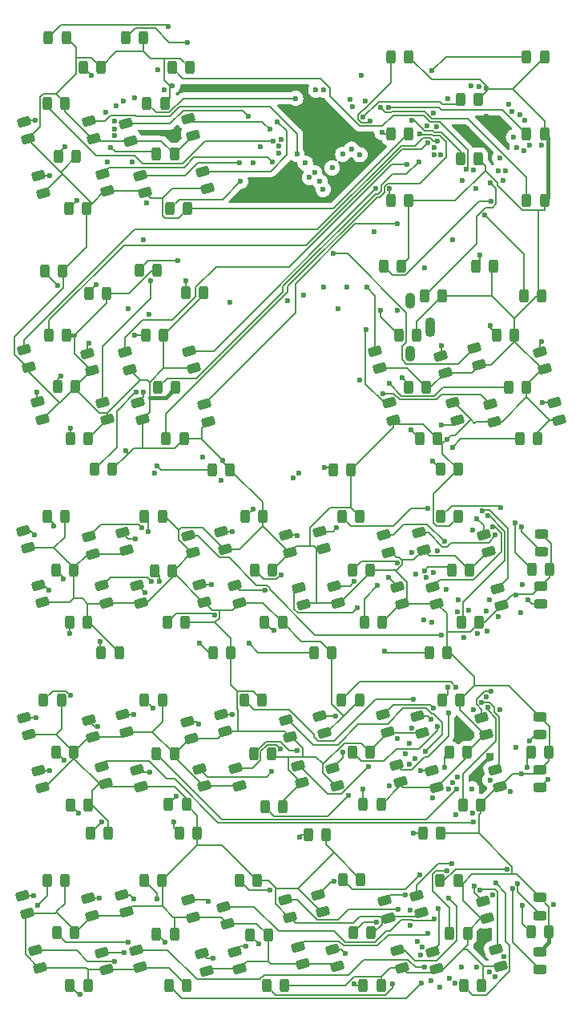
<source format=gbr>
G04 #@! TF.GenerationSoftware,KiCad,Pcbnew,7.0.5*
G04 #@! TF.CreationDate,2025-03-16T19:14:48-05:00*
G04 #@! TF.ProjectId,DSKY_led_display,44534b59-5f6c-4656-945f-646973706c61,V7*
G04 #@! TF.SameCoordinates,Original*
G04 #@! TF.FileFunction,Copper,L4,Bot*
G04 #@! TF.FilePolarity,Positive*
%FSLAX46Y46*%
G04 Gerber Fmt 4.6, Leading zero omitted, Abs format (unit mm)*
G04 Created by KiCad (PCBNEW 7.0.5) date 2025-03-16 19:14:48*
%MOMM*%
%LPD*%
G01*
G04 APERTURE LIST*
G04 Aperture macros list*
%AMRoundRect*
0 Rectangle with rounded corners*
0 $1 Rounding radius*
0 $2 $3 $4 $5 $6 $7 $8 $9 X,Y pos of 4 corners*
0 Add a 4 corners polygon primitive as box body*
4,1,4,$2,$3,$4,$5,$6,$7,$8,$9,$2,$3,0*
0 Add four circle primitives for the rounded corners*
1,1,$1+$1,$2,$3*
1,1,$1+$1,$4,$5*
1,1,$1+$1,$6,$7*
1,1,$1+$1,$8,$9*
0 Add four rect primitives between the rounded corners*
20,1,$1+$1,$2,$3,$4,$5,0*
20,1,$1+$1,$4,$5,$6,$7,0*
20,1,$1+$1,$6,$7,$8,$9,0*
20,1,$1+$1,$8,$9,$2,$3,0*%
G04 Aperture macros list end*
G04 #@! TA.AperFunction,ComponentPad*
%ADD10O,1.100000X1.700000*%
G04 #@! TD*
G04 #@! TA.AperFunction,ComponentPad*
%ADD11O,1.100000X2.100000*%
G04 #@! TD*
G04 #@! TA.AperFunction,SMDPad,CuDef*
%ADD12RoundRect,0.243750X-0.243750X-0.456250X0.243750X-0.456250X0.243750X0.456250X-0.243750X0.456250X0*%
G04 #@! TD*
G04 #@! TA.AperFunction,SMDPad,CuDef*
%ADD13RoundRect,0.243750X-0.503791X0.117358X-0.377617X-0.353531X0.503791X-0.117358X0.377617X0.353531X0*%
G04 #@! TD*
G04 #@! TA.AperFunction,SMDPad,CuDef*
%ADD14RoundRect,0.243750X0.503791X-0.117358X0.377617X0.353531X-0.503791X0.117358X-0.377617X-0.353531X0*%
G04 #@! TD*
G04 #@! TA.AperFunction,SMDPad,CuDef*
%ADD15RoundRect,0.243750X0.456250X-0.243750X0.456250X0.243750X-0.456250X0.243750X-0.456250X-0.243750X0*%
G04 #@! TD*
G04 #@! TA.AperFunction,ViaPad*
%ADD16C,0.600000*%
G04 #@! TD*
G04 #@! TA.AperFunction,Conductor*
%ADD17C,0.200000*%
G04 #@! TD*
G04 #@! TA.AperFunction,Conductor*
%ADD18C,0.400000*%
G04 #@! TD*
G04 APERTURE END LIST*
D10*
G04 #@! TO.P,J1,S1*
G04 #@! TO.N,N/C*
X78250000Y-70200000D03*
G04 #@! TO.P,J1,S2,SHIELD*
G04 #@! TO.N,unconnected-(J1-SHIELD-PadS2)*
X78250000Y-64600000D03*
D11*
G04 #@! TO.P,J1,S3*
G04 #@! TO.N,N/C*
X80400000Y-67400000D03*
G04 #@! TD*
D12*
G04 #@! TO.P,D3,1,K*
G04 #@! TO.N,g0bus0*
X90604100Y-38862000D03*
G04 #@! TO.P,D3,2,A*
G04 #@! TO.N,VCC*
X92479100Y-38862000D03*
G04 #@! TD*
G04 #@! TO.P,D4,1,K*
G04 #@! TO.N,g0bus2*
X76278500Y-38862000D03*
G04 #@! TO.P,D4,2,A*
G04 #@! TO.N,VCC*
X78153500Y-38862000D03*
G04 #@! TD*
G04 #@! TO.P,D5,1,K*
G04 #@! TO.N,g1bus0*
X48236900Y-36830000D03*
G04 #@! TO.P,D5,2,A*
G04 #@! TO.N,VCC*
X50111900Y-36830000D03*
G04 #@! TD*
G04 #@! TO.P,D6,1,K*
G04 #@! TO.N,g1bus3*
X40058100Y-36830000D03*
G04 #@! TO.P,D6,2,A*
G04 #@! TO.N,VCC*
X41933100Y-36830000D03*
G04 #@! TD*
G04 #@! TO.P,D7,1,K*
G04 #@! TO.N,g0bus3*
X83644500Y-43332400D03*
G04 #@! TO.P,D7,2,A*
G04 #@! TO.N,VCC*
X85519500Y-43332400D03*
G04 #@! TD*
G04 #@! TO.P,D8,1,K*
G04 #@! TO.N,g1bus1*
X53113700Y-39979600D03*
G04 #@! TO.P,D8,2,A*
G04 #@! TO.N,VCC*
X54988700Y-39979600D03*
G04 #@! TD*
G04 #@! TO.P,D9,1,K*
G04 #@! TO.N,g1bus2*
X43715700Y-39979600D03*
G04 #@! TO.P,D9,2,A*
G04 #@! TO.N,VCC*
X45590700Y-39979600D03*
G04 #@! TD*
G04 #@! TO.P,D10,1,K*
G04 #@! TO.N,g0bus1*
X90604100Y-47040800D03*
G04 #@! TO.P,D10,2,A*
G04 #@! TO.N,VCC*
X92479100Y-47040800D03*
G04 #@! TD*
G04 #@! TO.P,D11,1,K*
G04 #@! TO.N,g0bus6*
X76278500Y-47040800D03*
G04 #@! TO.P,D11,2,A*
G04 #@! TO.N,VCC*
X78153500Y-47040800D03*
G04 #@! TD*
G04 #@! TO.P,D12,1,K*
G04 #@! TO.N,g0bus5*
X83644500Y-49631600D03*
G04 #@! TO.P,D12,2,A*
G04 #@! TO.N,VCC*
X85519500Y-49631600D03*
G04 #@! TD*
G04 #@! TO.P,D13,1,K*
G04 #@! TO.N,g0bus4*
X90604100Y-54051200D03*
G04 #@! TO.P,D13,2,A*
G04 #@! TO.N,VCC*
X92479100Y-54051200D03*
G04 #@! TD*
G04 #@! TO.P,D14,1,K*
G04 #@! TO.N,g0bus7*
X76278500Y-54051200D03*
G04 #@! TO.P,D14,2,A*
G04 #@! TO.N,VCC*
X78153500Y-54051200D03*
G04 #@! TD*
G04 #@! TO.P,D15,1,K*
G04 #@! TO.N,dbus0*
X50472100Y-43789600D03*
G04 #@! TO.P,D15,2,A*
G04 #@! TO.N,VCC*
X52347100Y-43789600D03*
G04 #@! TD*
G04 #@! TO.P,D16,1,K*
G04 #@! TO.N,dbus7*
X39956500Y-43789600D03*
G04 #@! TO.P,D16,2,A*
G04 #@! TO.N,VCC*
X41831500Y-43789600D03*
G04 #@! TD*
D13*
G04 #@! TO.P,D17,1,K*
G04 #@! TO.N,dbus5*
X54824557Y-45373245D03*
G04 #@! TO.P,D17,2,A*
G04 #@! TO.N,VCC*
X55309843Y-47184355D03*
G04 #@! TD*
G04 #@! TO.P,D18,1,K*
G04 #@! TO.N,dbus12*
X44359757Y-45678045D03*
G04 #@! TO.P,D18,2,A*
G04 #@! TO.N,VCC*
X44845043Y-47489155D03*
G04 #@! TD*
G04 #@! TO.P,D19,1,K*
G04 #@! TO.N,dbus1*
X48271357Y-45932045D03*
G04 #@! TO.P,D19,2,A*
G04 #@! TO.N,VCC*
X48756643Y-47743155D03*
G04 #@! TD*
G04 #@! TO.P,D20,1,K*
G04 #@! TO.N,dbus8*
X37450957Y-45728845D03*
G04 #@! TO.P,D20,2,A*
G04 #@! TO.N,VCC*
X37936243Y-47539955D03*
G04 #@! TD*
D12*
G04 #@! TO.P,D21,1,K*
G04 #@! TO.N,dbus6*
X51488100Y-49123600D03*
G04 #@! TO.P,D21,2,A*
G04 #@! TO.N,VCC*
X53363100Y-49123600D03*
G04 #@! TD*
G04 #@! TO.P,D22,1,K*
G04 #@! TO.N,dbus13*
X41124900Y-49377600D03*
G04 #@! TO.P,D22,2,A*
G04 #@! TO.N,VCC*
X42999900Y-49377600D03*
G04 #@! TD*
D13*
G04 #@! TO.P,D23,1,K*
G04 #@! TO.N,dbus2*
X49795357Y-51367645D03*
G04 #@! TO.P,D23,2,A*
G04 #@! TO.N,VCC*
X50280643Y-53178755D03*
G04 #@! TD*
G04 #@! TO.P,D24,1,K*
G04 #@! TO.N,dbus9*
X39025757Y-51418445D03*
G04 #@! TO.P,D24,2,A*
G04 #@! TO.N,VCC*
X39511043Y-53229555D03*
G04 #@! TD*
G04 #@! TO.P,D25,1,K*
G04 #@! TO.N,dbus4*
X56399357Y-50961245D03*
G04 #@! TO.P,D25,2,A*
G04 #@! TO.N,VCC*
X56884643Y-52772355D03*
G04 #@! TD*
G04 #@! TO.P,D26,1,K*
G04 #@! TO.N,dbus11*
X45782157Y-51215245D03*
G04 #@! TO.P,D26,2,A*
G04 #@! TO.N,VCC*
X46267443Y-53026355D03*
G04 #@! TD*
D12*
G04 #@! TO.P,D27,1,K*
G04 #@! TO.N,dbus3*
X52910500Y-54914800D03*
G04 #@! TO.P,D27,2,A*
G04 #@! TO.N,VCC*
X54785500Y-54914800D03*
G04 #@! TD*
G04 #@! TO.P,D28,1,K*
G04 #@! TO.N,dbus10*
X42191700Y-54914800D03*
G04 #@! TO.P,D28,2,A*
G04 #@! TO.N,VCC*
X44066700Y-54914800D03*
G04 #@! TD*
G04 #@! TO.P,D29,1,K*
G04 #@! TO.N,g2bus0*
X85219300Y-60960000D03*
G04 #@! TO.P,D29,2,A*
G04 #@! TO.N,VCC*
X87094300Y-60960000D03*
G04 #@! TD*
G04 #@! TO.P,D30,1,K*
G04 #@! TO.N,g2bus3*
X75465700Y-60960000D03*
G04 #@! TO.P,D30,2,A*
G04 #@! TO.N,VCC*
X77340700Y-60960000D03*
G04 #@! TD*
G04 #@! TO.P,D31,1,K*
G04 #@! TO.N,g3bus0*
X49659300Y-61366400D03*
G04 #@! TO.P,D31,2,A*
G04 #@! TO.N,VCC*
X51534300Y-61366400D03*
G04 #@! TD*
G04 #@! TO.P,D32,1,K*
G04 #@! TO.N,g3bus3*
X39702500Y-61468000D03*
G04 #@! TO.P,D32,2,A*
G04 #@! TO.N,VCC*
X41577500Y-61468000D03*
G04 #@! TD*
G04 #@! TO.P,D33,1,K*
G04 #@! TO.N,g2bus1*
X90299300Y-64109600D03*
G04 #@! TO.P,D33,2,A*
G04 #@! TO.N,VCC*
X92174300Y-64109600D03*
G04 #@! TD*
G04 #@! TO.P,D34,1,K*
G04 #@! TO.N,g2bus2*
X79783700Y-64109600D03*
G04 #@! TO.P,D34,2,A*
G04 #@! TO.N,VCC*
X81658700Y-64109600D03*
G04 #@! TD*
G04 #@! TO.P,D35,1,K*
G04 #@! TO.N,g3bus1*
X54586900Y-63754000D03*
G04 #@! TO.P,D35,2,A*
G04 #@! TO.N,VCC*
X56461900Y-63754000D03*
G04 #@! TD*
G04 #@! TO.P,D36,1,K*
G04 #@! TO.N,g3bus2*
X44325300Y-63855600D03*
G04 #@! TO.P,D36,2,A*
G04 #@! TO.N,VCC*
X46200300Y-63855600D03*
G04 #@! TD*
G04 #@! TO.P,D37,1,K*
G04 #@! TO.N,ebus0*
X87454500Y-68224400D03*
G04 #@! TO.P,D37,2,A*
G04 #@! TO.N,VCC*
X89329500Y-68224400D03*
G04 #@! TD*
G04 #@! TO.P,D38,1,K*
G04 #@! TO.N,ebus7*
X77091300Y-68224400D03*
G04 #@! TO.P,D38,2,A*
G04 #@! TO.N,VCC*
X78966300Y-68224400D03*
G04 #@! TD*
G04 #@! TO.P,D39,1,K*
G04 #@! TO.N,fbus0*
X50370500Y-68224400D03*
G04 #@! TO.P,D39,2,A*
G04 #@! TO.N,VCC*
X52245500Y-68224400D03*
G04 #@! TD*
G04 #@! TO.P,D40,1,K*
G04 #@! TO.N,fbus7*
X40108900Y-68224400D03*
G04 #@! TO.P,D40,2,A*
G04 #@! TO.N,VCC*
X41983900Y-68224400D03*
G04 #@! TD*
D13*
G04 #@! TO.P,D41,1,K*
G04 #@! TO.N,ebus5*
X92010157Y-70011245D03*
G04 #@! TO.P,D41,2,A*
G04 #@! TO.N,VCC*
X92495443Y-71822355D03*
G04 #@! TD*
G04 #@! TO.P,D42,1,K*
G04 #@! TO.N,ebus12*
X81494557Y-70417645D03*
G04 #@! TO.P,D42,2,A*
G04 #@! TO.N,VCC*
X81979843Y-72228755D03*
G04 #@! TD*
G04 #@! TO.P,D43,1,K*
G04 #@! TO.N,ebus1*
X85101357Y-69604845D03*
G04 #@! TO.P,D43,2,A*
G04 #@! TO.N,VCC*
X85586643Y-71415955D03*
G04 #@! TD*
G04 #@! TO.P,D44,1,K*
G04 #@! TO.N,ebus8*
X74585757Y-69909645D03*
G04 #@! TO.P,D44,2,A*
G04 #@! TO.N,VCC*
X75071043Y-71720755D03*
G04 #@! TD*
G04 #@! TO.P,D45,1,K*
G04 #@! TO.N,fbus5*
X54926157Y-69909645D03*
G04 #@! TO.P,D45,2,A*
G04 #@! TO.N,VCC*
X55411443Y-71720755D03*
G04 #@! TD*
G04 #@! TO.P,D46,1,K*
G04 #@! TO.N,fbus12*
X44207357Y-70163645D03*
G04 #@! TO.P,D46,2,A*
G04 #@! TO.N,VCC*
X44692643Y-71974755D03*
G04 #@! TD*
G04 #@! TO.P,D47,1,K*
G04 #@! TO.N,fbus1*
X48169757Y-70062045D03*
G04 #@! TO.P,D47,2,A*
G04 #@! TO.N,VCC*
X48655043Y-71873155D03*
G04 #@! TD*
G04 #@! TO.P,D48,1,K*
G04 #@! TO.N,fbus8*
X37501757Y-69808045D03*
G04 #@! TO.P,D48,2,A*
G04 #@! TO.N,VCC*
X37987043Y-71619155D03*
G04 #@! TD*
D12*
G04 #@! TO.P,D49,1,K*
G04 #@! TO.N,ebus6*
X88724500Y-73761600D03*
G04 #@! TO.P,D49,2,A*
G04 #@! TO.N,VCC*
X90599500Y-73761600D03*
G04 #@! TD*
G04 #@! TO.P,D50,1,K*
G04 #@! TO.N,ebus13*
X78107300Y-73761600D03*
G04 #@! TO.P,D50,2,A*
G04 #@! TO.N,VCC*
X79982300Y-73761600D03*
G04 #@! TD*
G04 #@! TO.P,D51,1,K*
G04 #@! TO.N,fbus6*
X51640500Y-73761600D03*
G04 #@! TO.P,D51,2,A*
G04 #@! TO.N,VCC*
X53515500Y-73761600D03*
G04 #@! TD*
G04 #@! TO.P,D52,1,K*
G04 #@! TO.N,fbus13*
X41023300Y-73710800D03*
G04 #@! TO.P,D52,2,A*
G04 #@! TO.N,VCC*
X42898300Y-73710800D03*
G04 #@! TD*
D13*
G04 #@! TO.P,D53,1,K*
G04 #@! TO.N,ebus2*
X86726957Y-75548445D03*
G04 #@! TO.P,D53,2,A*
G04 #@! TO.N,VCC*
X87212243Y-77359555D03*
G04 #@! TD*
G04 #@! TO.P,D54,1,K*
G04 #@! TO.N,ebus9*
X76058957Y-75396045D03*
G04 #@! TO.P,D54,2,A*
G04 #@! TO.N,VCC*
X76544243Y-77207155D03*
G04 #@! TD*
G04 #@! TO.P,D55,1,K*
G04 #@! TO.N,ebus4*
X93534157Y-75396045D03*
G04 #@! TO.P,D55,2,A*
G04 #@! TO.N,VCC*
X94019443Y-77207155D03*
G04 #@! TD*
D14*
G04 #@! TO.P,D56,1,K*
G04 #@! TO.N,ebus11*
X83300643Y-77207155D03*
G04 #@! TO.P,D56,2,A*
G04 #@! TO.N,VCC*
X82815357Y-75396045D03*
G04 #@! TD*
D13*
G04 #@! TO.P,D57,1,K*
G04 #@! TO.N,fbus2*
X49541357Y-75345245D03*
G04 #@! TO.P,D57,2,A*
G04 #@! TO.N,VCC*
X50026643Y-77156355D03*
G04 #@! TD*
G04 #@! TO.P,D58,1,K*
G04 #@! TO.N,fbus9*
X38924157Y-75294445D03*
G04 #@! TO.P,D58,2,A*
G04 #@! TO.N,VCC*
X39409443Y-77105555D03*
G04 #@! TD*
G04 #@! TO.P,D59,1,K*
G04 #@! TO.N,fbus4*
X56500957Y-75548445D03*
G04 #@! TO.P,D59,2,A*
G04 #@! TO.N,VCC*
X56986243Y-77359555D03*
G04 #@! TD*
G04 #@! TO.P,D60,1,K*
G04 #@! TO.N,fbus11*
X45782157Y-75345245D03*
G04 #@! TO.P,D60,2,A*
G04 #@! TO.N,VCC*
X46267443Y-77156355D03*
G04 #@! TD*
D12*
G04 #@! TO.P,D61,1,K*
G04 #@! TO.N,ebus3*
X89892900Y-79197200D03*
G04 #@! TO.P,D61,2,A*
G04 #@! TO.N,VCC*
X91767900Y-79197200D03*
G04 #@! TD*
G04 #@! TO.P,D62,1,K*
G04 #@! TO.N,ebus10*
X79326500Y-79197200D03*
G04 #@! TO.P,D62,2,A*
G04 #@! TO.N,VCC*
X81201500Y-79197200D03*
G04 #@! TD*
G04 #@! TO.P,D63,1,K*
G04 #@! TO.N,fbus3*
X52504100Y-79197200D03*
G04 #@! TO.P,D63,2,A*
G04 #@! TO.N,VCC*
X54379100Y-79197200D03*
G04 #@! TD*
G04 #@! TO.P,D64,1,K*
G04 #@! TO.N,fbus10*
X42394900Y-79197200D03*
G04 #@! TO.P,D64,2,A*
G04 #@! TO.N,VCC*
X44269900Y-79197200D03*
G04 #@! TD*
G04 #@! TO.P,D65,1,K*
G04 #@! TO.N,g4bus0*
X81485500Y-82423000D03*
G04 #@! TO.P,D65,2,A*
G04 #@! TO.N,VCC*
X83360500Y-82423000D03*
G04 #@! TD*
G04 #@! TO.P,D66,1,K*
G04 #@! TO.N,g4bus1*
X70182500Y-82448400D03*
G04 #@! TO.P,D66,2,A*
G04 #@! TO.N,VCC*
X72057500Y-82448400D03*
G04 #@! TD*
G04 #@! TO.P,D67,1,K*
G04 #@! TO.N,g4bus2*
X57380900Y-82448400D03*
G04 #@! TO.P,D67,2,A*
G04 #@! TO.N,VCC*
X59255900Y-82448400D03*
G04 #@! TD*
G04 #@! TO.P,D68,1,K*
G04 #@! TO.N,g4bus3*
X44958000Y-82423000D03*
G04 #@! TO.P,D68,2,A*
G04 #@! TO.N,VCC*
X46833000Y-82423000D03*
G04 #@! TD*
G04 #@! TO.P,D69,1,K*
G04 #@! TO.N,abus0*
X81510900Y-87426800D03*
G04 #@! TO.P,D69,2,A*
G04 #@! TO.N,VCC*
X83385900Y-87426800D03*
G04 #@! TD*
G04 #@! TO.P,D70,1,K*
G04 #@! TO.N,abus7*
X71096900Y-87426800D03*
G04 #@! TO.P,D70,2,A*
G04 #@! TO.N,VCC*
X72971900Y-87426800D03*
G04 #@! TD*
G04 #@! TO.P,D71,1,K*
G04 #@! TO.N,abus14*
X60835300Y-87426800D03*
G04 #@! TO.P,D71,2,A*
G04 #@! TO.N,VCC*
X62710300Y-87426800D03*
G04 #@! TD*
G04 #@! TO.P,D72,1,K*
G04 #@! TO.N,abus21*
X50218100Y-87426800D03*
G04 #@! TO.P,D72,2,A*
G04 #@! TO.N,VCC*
X52093100Y-87426800D03*
G04 #@! TD*
G04 #@! TO.P,D73,1,K*
G04 #@! TO.N,abus28*
X39905700Y-87426800D03*
G04 #@! TO.P,D73,2,A*
G04 #@! TO.N,VCC*
X41780700Y-87426800D03*
G04 #@! TD*
D15*
G04 #@! TO.P,D74,1,K*
G04 #@! TO.N,/sabus0*
X92200000Y-91137500D03*
G04 #@! TO.P,D74,2,A*
G04 #@! TO.N,VCC*
X92200000Y-89262500D03*
G04 #@! TD*
D13*
G04 #@! TO.P,D75,1,K*
G04 #@! TO.N,abus5*
X86066557Y-89315245D03*
G04 #@! TO.P,D75,2,A*
G04 #@! TO.N,VCC*
X86551843Y-91126355D03*
G04 #@! TD*
G04 #@! TO.P,D76,1,K*
G04 #@! TO.N,abus1*
X79208557Y-89112045D03*
G04 #@! TO.P,D76,2,A*
G04 #@! TO.N,VCC*
X79693843Y-90923155D03*
G04 #@! TD*
G04 #@! TO.P,D77,1,K*
G04 #@! TO.N,abus12*
X75500157Y-89366045D03*
G04 #@! TO.P,D77,2,A*
G04 #@! TO.N,VCC*
X75985443Y-91177155D03*
G04 #@! TD*
G04 #@! TO.P,D78,1,K*
G04 #@! TO.N,abus19*
X65136957Y-89366045D03*
G04 #@! TO.P,D78,2,A*
G04 #@! TO.N,VCC*
X65622243Y-91177155D03*
G04 #@! TD*
G04 #@! TO.P,D79,1,K*
G04 #@! TO.N,abus8*
X68692957Y-88959645D03*
G04 #@! TO.P,D79,2,A*
G04 #@! TO.N,VCC*
X69178243Y-90770755D03*
G04 #@! TD*
G04 #@! TO.P,D80,1,K*
G04 #@! TO.N,abus15*
X58278957Y-89010445D03*
G04 #@! TO.P,D80,2,A*
G04 #@! TO.N,VCC*
X58764243Y-90821555D03*
G04 #@! TD*
G04 #@! TO.P,D81,1,K*
G04 #@! TO.N,abus26*
X54824557Y-89416845D03*
G04 #@! TO.P,D81,2,A*
G04 #@! TO.N,VCC*
X55309843Y-91227955D03*
G04 #@! TD*
G04 #@! TO.P,D82,1,K*
G04 #@! TO.N,abus33*
X44308957Y-89518445D03*
G04 #@! TO.P,D82,2,A*
G04 #@! TO.N,VCC*
X44794243Y-91329555D03*
G04 #@! TD*
G04 #@! TO.P,D83,1,K*
G04 #@! TO.N,abus22*
X47864957Y-89112045D03*
G04 #@! TO.P,D83,2,A*
G04 #@! TO.N,VCC*
X48350243Y-90923155D03*
G04 #@! TD*
G04 #@! TO.P,D84,1,K*
G04 #@! TO.N,abus29*
X37400157Y-88908845D03*
G04 #@! TO.P,D84,2,A*
G04 #@! TO.N,VCC*
X37885443Y-90719955D03*
G04 #@! TD*
D12*
G04 #@! TO.P,D85,1,K*
G04 #@! TO.N,abus6*
X82679300Y-93065600D03*
G04 #@! TO.P,D85,2,A*
G04 #@! TO.N,VCC*
X84554300Y-93065600D03*
G04 #@! TD*
G04 #@! TO.P,D86,1,K*
G04 #@! TO.N,/sabus1*
X91162500Y-93000000D03*
G04 #@! TO.P,D86,2,A*
G04 #@! TO.N,VCC*
X93037500Y-93000000D03*
G04 #@! TD*
G04 #@! TO.P,D87,1,K*
G04 #@! TO.N,abus13*
X72214500Y-93065600D03*
G04 #@! TO.P,D87,2,A*
G04 #@! TO.N,VCC*
X74089500Y-93065600D03*
G04 #@! TD*
G04 #@! TO.P,D88,1,K*
G04 #@! TO.N,abus20*
X61851300Y-93065600D03*
G04 #@! TO.P,D88,2,A*
G04 #@! TO.N,VCC*
X63726300Y-93065600D03*
G04 #@! TD*
G04 #@! TO.P,D89,1,K*
G04 #@! TO.N,abus27*
X51284900Y-93116400D03*
G04 #@! TO.P,D89,2,A*
G04 #@! TO.N,VCC*
X53159900Y-93116400D03*
G04 #@! TD*
G04 #@! TO.P,D90,1,K*
G04 #@! TO.N,abus34*
X40870900Y-93065600D03*
G04 #@! TO.P,D90,2,A*
G04 #@! TO.N,VCC*
X42745900Y-93065600D03*
G04 #@! TD*
D13*
G04 #@! TO.P,D91,1,K*
G04 #@! TO.N,abus2*
X80630957Y-94801645D03*
G04 #@! TO.P,D91,2,A*
G04 #@! TO.N,VCC*
X81116243Y-96612755D03*
G04 #@! TD*
G04 #@! TO.P,D92,1,K*
G04 #@! TO.N,abus4*
X87488957Y-95004845D03*
G04 #@! TO.P,D92,2,A*
G04 #@! TO.N,VCC*
X87974243Y-96815955D03*
G04 #@! TD*
G04 #@! TO.P,D93,1,K*
G04 #@! TO.N,abus9*
X70216957Y-94750845D03*
G04 #@! TO.P,D93,2,A*
G04 #@! TO.N,VCC*
X70702243Y-96561955D03*
G04 #@! TD*
G04 #@! TO.P,D94,1,K*
G04 #@! TO.N,abus16*
X59752157Y-94700045D03*
G04 #@! TO.P,D94,2,A*
G04 #@! TO.N,VCC*
X60237443Y-96511155D03*
G04 #@! TD*
G04 #@! TO.P,D95,1,K*
G04 #@! TO.N,abus11*
X76922557Y-94801645D03*
G04 #@! TO.P,D95,2,A*
G04 #@! TO.N,VCC*
X77407843Y-96612755D03*
G04 #@! TD*
G04 #@! TO.P,D96,1,K*
G04 #@! TO.N,abus18*
X66559357Y-94903245D03*
G04 #@! TO.P,D96,2,A*
G04 #@! TO.N,VCC*
X67044643Y-96714355D03*
G04 #@! TD*
G04 #@! TO.P,D97,1,K*
G04 #@! TO.N,abus23*
X49388957Y-94700045D03*
G04 #@! TO.P,D97,2,A*
G04 #@! TO.N,VCC*
X49874243Y-96511155D03*
G04 #@! TD*
G04 #@! TO.P,D98,1,K*
G04 #@! TO.N,abus30*
X38974957Y-94649245D03*
G04 #@! TO.P,D98,2,A*
G04 #@! TO.N,VCC*
X39460243Y-96460355D03*
G04 #@! TD*
G04 #@! TO.P,D99,1,K*
G04 #@! TO.N,abus25*
X56043757Y-94598445D03*
G04 #@! TO.P,D99,2,A*
G04 #@! TO.N,VCC*
X56529043Y-96409555D03*
G04 #@! TD*
G04 #@! TO.P,D100,1,K*
G04 #@! TO.N,abus32*
X45731357Y-94700045D03*
G04 #@! TO.P,D100,2,A*
G04 #@! TO.N,VCC*
X46216643Y-96511155D03*
G04 #@! TD*
D12*
G04 #@! TO.P,D101,1,K*
G04 #@! TO.N,abus3*
X83695300Y-98602800D03*
G04 #@! TO.P,D101,2,A*
G04 #@! TO.N,VCC*
X85570300Y-98602800D03*
G04 #@! TD*
D15*
G04 #@! TO.P,D102,1,K*
G04 #@! TO.N,/sabus2*
X92100000Y-96644700D03*
G04 #@! TO.P,D102,2,A*
G04 #@! TO.N,VCC*
X92100000Y-94769700D03*
G04 #@! TD*
D12*
G04 #@! TO.P,D103,1,K*
G04 #@! TO.N,abus10*
X73433700Y-98602800D03*
G04 #@! TO.P,D103,2,A*
G04 #@! TO.N,VCC*
X75308700Y-98602800D03*
G04 #@! TD*
G04 #@! TO.P,D104,1,K*
G04 #@! TO.N,abus17*
X62918100Y-98602800D03*
G04 #@! TO.P,D104,2,A*
G04 #@! TO.N,VCC*
X64793100Y-98602800D03*
G04 #@! TD*
G04 #@! TO.P,D105,1,K*
G04 #@! TO.N,abus24*
X52656500Y-98602800D03*
G04 #@! TO.P,D105,2,A*
G04 #@! TO.N,VCC*
X54531500Y-98602800D03*
G04 #@! TD*
G04 #@! TO.P,D106,1,K*
G04 #@! TO.N,abus31*
X42293300Y-98602800D03*
G04 #@! TO.P,D106,2,A*
G04 #@! TO.N,VCC*
X44168300Y-98602800D03*
G04 #@! TD*
G04 #@! TO.P,D107,1,K*
G04 #@! TO.N,g5bus0*
X80291700Y-101752000D03*
G04 #@! TO.P,D107,2,A*
G04 #@! TO.N,VCC*
X82166700Y-101752000D03*
G04 #@! TD*
G04 #@! TO.P,D108,1,K*
G04 #@! TO.N,g5bus1*
X68099700Y-101752000D03*
G04 #@! TO.P,D108,2,A*
G04 #@! TO.N,VCC*
X69974700Y-101752000D03*
G04 #@! TD*
G04 #@! TO.P,D109,1,K*
G04 #@! TO.N,g5bus2*
X57431700Y-101752000D03*
G04 #@! TO.P,D109,2,A*
G04 #@! TO.N,VCC*
X59306700Y-101752000D03*
G04 #@! TD*
G04 #@! TO.P,D110,1,K*
G04 #@! TO.N,g5bus3*
X45646100Y-101752000D03*
G04 #@! TO.P,D110,2,A*
G04 #@! TO.N,VCC*
X47521100Y-101752000D03*
G04 #@! TD*
G04 #@! TO.P,D111,1,K*
G04 #@! TO.N,bbus0*
X81663300Y-106782000D03*
G04 #@! TO.P,D111,2,A*
G04 #@! TO.N,VCC*
X83538300Y-106782000D03*
G04 #@! TD*
D15*
G04 #@! TO.P,D112,1,K*
G04 #@! TO.N,/sbbus0*
X92000000Y-110437500D03*
G04 #@! TO.P,D112,2,A*
G04 #@! TO.N,VCC*
X92000000Y-108562500D03*
G04 #@! TD*
D12*
G04 #@! TO.P,D113,1,K*
G04 #@! TO.N,bbus7*
X71046100Y-106782000D03*
G04 #@! TO.P,D113,2,A*
G04 #@! TO.N,VCC*
X72921100Y-106782000D03*
G04 #@! TD*
G04 #@! TO.P,D114,1,K*
G04 #@! TO.N,bbus14*
X60784500Y-106782000D03*
G04 #@! TO.P,D114,2,A*
G04 #@! TO.N,VCC*
X62659500Y-106782000D03*
G04 #@! TD*
G04 #@! TO.P,D115,1,K*
G04 #@! TO.N,bbus21*
X50218100Y-106782000D03*
G04 #@! TO.P,D115,2,A*
G04 #@! TO.N,VCC*
X52093100Y-106782000D03*
G04 #@! TD*
G04 #@! TO.P,D116,1,K*
G04 #@! TO.N,bbus28*
X39550100Y-106782000D03*
G04 #@! TO.P,D116,2,A*
G04 #@! TO.N,VCC*
X41425100Y-106782000D03*
G04 #@! TD*
D13*
G04 #@! TO.P,D117,1,K*
G04 #@! TO.N,bbus5*
X85812557Y-108619445D03*
G04 #@! TO.P,D117,2,A*
G04 #@! TO.N,VCC*
X86297843Y-110430555D03*
G04 #@! TD*
G04 #@! TO.P,D118,1,K*
G04 #@! TO.N,bbus1*
X79056157Y-108466445D03*
G04 #@! TO.P,D118,2,A*
G04 #@! TO.N,VCC*
X79541443Y-110277555D03*
G04 #@! TD*
G04 #@! TO.P,D119,1,K*
G04 #@! TO.N,bbus12*
X75449357Y-108314445D03*
G04 #@! TO.P,D119,2,A*
G04 #@! TO.N,VCC*
X75934643Y-110125555D03*
G04 #@! TD*
G04 #@! TO.P,D120,1,K*
G04 #@! TO.N,bbus19*
X65136957Y-108873445D03*
G04 #@! TO.P,D120,2,A*
G04 #@! TO.N,VCC*
X65622243Y-110684555D03*
G04 #@! TD*
G04 #@! TO.P,D121,1,K*
G04 #@! TO.N,bbus8*
X68743757Y-108466445D03*
G04 #@! TO.P,D121,2,A*
G04 #@! TO.N,VCC*
X69229043Y-110277555D03*
G04 #@! TD*
G04 #@! TO.P,D122,1,K*
G04 #@! TO.N,bbus15*
X58278957Y-108263445D03*
G04 #@! TO.P,D122,2,A*
G04 #@! TO.N,VCC*
X58764243Y-110074555D03*
G04 #@! TD*
G04 #@! TO.P,D123,1,K*
G04 #@! TO.N,bbus26*
X54722957Y-109025445D03*
G04 #@! TO.P,D123,2,A*
G04 #@! TO.N,VCC*
X55208243Y-110836555D03*
G04 #@! TD*
G04 #@! TO.P,D124,1,K*
G04 #@! TO.N,bbus33*
X44314757Y-108888445D03*
G04 #@! TO.P,D124,2,A*
G04 #@! TO.N,VCC*
X44800043Y-110699555D03*
G04 #@! TD*
G04 #@! TO.P,D125,1,K*
G04 #@! TO.N,bbus22*
X47864957Y-108314445D03*
G04 #@! TO.P,D125,2,A*
G04 #@! TO.N,VCC*
X48350243Y-110125555D03*
G04 #@! TD*
G04 #@! TO.P,D126,1,K*
G04 #@! TO.N,bbus29*
X37501757Y-108619445D03*
G04 #@! TO.P,D126,2,A*
G04 #@! TO.N,VCC*
X37987043Y-110430555D03*
G04 #@! TD*
D12*
G04 #@! TO.P,D127,1,K*
G04 #@! TO.N,/sbbus1*
X91061300Y-112319000D03*
G04 #@! TO.P,D127,2,A*
G04 #@! TO.N,VCC*
X92936300Y-112319000D03*
G04 #@! TD*
G04 #@! TO.P,D128,1,K*
G04 #@! TO.N,bbus6*
X82425300Y-112319000D03*
G04 #@! TO.P,D128,2,A*
G04 #@! TO.N,VCC*
X84300300Y-112319000D03*
G04 #@! TD*
G04 #@! TO.P,D129,1,K*
G04 #@! TO.N,bbus13*
X72163700Y-112268000D03*
G04 #@! TO.P,D129,2,A*
G04 #@! TO.N,VCC*
X74038700Y-112268000D03*
G04 #@! TD*
G04 #@! TO.P,D130,1,K*
G04 #@! TO.N,bbus20*
X61749700Y-112471000D03*
G04 #@! TO.P,D130,2,A*
G04 #@! TO.N,VCC*
X63624700Y-112471000D03*
G04 #@! TD*
G04 #@! TO.P,D131,1,K*
G04 #@! TO.N,bbus27*
X51488100Y-112471000D03*
G04 #@! TO.P,D131,2,A*
G04 #@! TO.N,VCC*
X53363100Y-112471000D03*
G04 #@! TD*
G04 #@! TO.P,D132,1,K*
G04 #@! TO.N,bbus34*
X40870900Y-112319000D03*
G04 #@! TO.P,D132,2,A*
G04 #@! TO.N,VCC*
X42745900Y-112319000D03*
G04 #@! TD*
D13*
G04 #@! TO.P,D133,1,K*
G04 #@! TO.N,bbus2*
X80580157Y-114207445D03*
G04 #@! TO.P,D133,2,A*
G04 #@! TO.N,VCC*
X81065443Y-116018555D03*
G04 #@! TD*
G04 #@! TO.P,D134,1,K*
G04 #@! TO.N,bbus4*
X87285757Y-114105445D03*
G04 #@! TO.P,D134,2,A*
G04 #@! TO.N,VCC*
X87771043Y-115916555D03*
G04 #@! TD*
G04 #@! TO.P,D135,1,K*
G04 #@! TO.N,bbus9*
X70064557Y-114004445D03*
G04 #@! TO.P,D135,2,A*
G04 #@! TO.N,VCC*
X70549843Y-115815555D03*
G04 #@! TD*
G04 #@! TO.P,D136,1,K*
G04 #@! TO.N,bbus16*
X59802957Y-114004445D03*
G04 #@! TO.P,D136,2,A*
G04 #@! TO.N,VCC*
X60288243Y-115815555D03*
G04 #@! TD*
G04 #@! TO.P,D137,1,K*
G04 #@! TO.N,bbus11*
X76820957Y-113597445D03*
G04 #@! TO.P,D137,2,A*
G04 #@! TO.N,VCC*
X77306243Y-115408555D03*
G04 #@! TD*
G04 #@! TO.P,D138,1,K*
G04 #@! TO.N,bbus18*
X66406957Y-113699445D03*
G04 #@! TO.P,D138,2,A*
G04 #@! TO.N,VCC*
X66892243Y-115510555D03*
G04 #@! TD*
G04 #@! TO.P,D139,1,K*
G04 #@! TO.N,bbus23*
X49388957Y-114105445D03*
G04 #@! TO.P,D139,2,A*
G04 #@! TO.N,VCC*
X49874243Y-115916555D03*
G04 #@! TD*
G04 #@! TO.P,D140,1,K*
G04 #@! TO.N,bbus30*
X38974957Y-114207445D03*
G04 #@! TO.P,D140,2,A*
G04 #@! TO.N,VCC*
X39460243Y-116018555D03*
G04 #@! TD*
G04 #@! TO.P,D141,1,K*
G04 #@! TO.N,bbus25*
X56043757Y-114054445D03*
G04 #@! TO.P,D141,2,A*
G04 #@! TO.N,VCC*
X56529043Y-115865555D03*
G04 #@! TD*
G04 #@! TO.P,D142,1,K*
G04 #@! TO.N,bbus32*
X45657357Y-113794445D03*
G04 #@! TO.P,D142,2,A*
G04 #@! TO.N,VCC*
X46142643Y-115605555D03*
G04 #@! TD*
D15*
G04 #@! TO.P,D143,1,K*
G04 #@! TO.N,/sbbus2*
X91978800Y-115999500D03*
G04 #@! TO.P,D143,2,A*
G04 #@! TO.N,VCC*
X91978800Y-114124500D03*
G04 #@! TD*
D12*
G04 #@! TO.P,D144,1,K*
G04 #@! TO.N,bbus3*
X83847700Y-117856000D03*
G04 #@! TO.P,D144,2,A*
G04 #@! TO.N,VCC*
X85722700Y-117856000D03*
G04 #@! TD*
G04 #@! TO.P,D145,1,K*
G04 #@! TO.N,bbus10*
X73332100Y-117754000D03*
G04 #@! TO.P,D145,2,A*
G04 #@! TO.N,VCC*
X75207100Y-117754000D03*
G04 #@! TD*
G04 #@! TO.P,D146,1,K*
G04 #@! TO.N,bbus17*
X62968900Y-118059000D03*
G04 #@! TO.P,D146,2,A*
G04 #@! TO.N,VCC*
X64843900Y-118059000D03*
G04 #@! TD*
G04 #@! TO.P,D147,1,K*
G04 #@! TO.N,bbus24*
X52758100Y-117805000D03*
G04 #@! TO.P,D147,2,A*
G04 #@! TO.N,VCC*
X54633100Y-117805000D03*
G04 #@! TD*
G04 #@! TO.P,D148,1,K*
G04 #@! TO.N,bbus31*
X42394900Y-117907000D03*
G04 #@! TO.P,D148,2,A*
G04 #@! TO.N,VCC*
X44269900Y-117907000D03*
G04 #@! TD*
G04 #@! TO.P,D149,1,K*
G04 #@! TO.N,g6bus0*
X79631300Y-120853000D03*
G04 #@! TO.P,D149,2,A*
G04 #@! TO.N,VCC*
X81506300Y-120853000D03*
G04 #@! TD*
G04 #@! TO.P,D150,1,K*
G04 #@! TO.N,g6bus1*
X67515500Y-121031000D03*
G04 #@! TO.P,D150,2,A*
G04 #@! TO.N,VCC*
X69390500Y-121031000D03*
G04 #@! TD*
G04 #@! TO.P,D151,1,K*
G04 #@! TO.N,g6bus2*
X53926500Y-120853000D03*
G04 #@! TO.P,D151,2,A*
G04 #@! TO.N,VCC*
X55801500Y-120853000D03*
G04 #@! TD*
G04 #@! TO.P,D152,1,K*
G04 #@! TO.N,g6bus3*
X44477700Y-120853000D03*
G04 #@! TO.P,D152,2,A*
G04 #@! TO.N,VCC*
X46352700Y-120853000D03*
G04 #@! TD*
D15*
G04 #@! TO.P,D153,1,K*
G04 #@! TO.N,/scbus0*
X91978800Y-129512500D03*
G04 #@! TO.P,D153,2,A*
G04 #@! TO.N,VCC*
X91978800Y-127637500D03*
G04 #@! TD*
D12*
G04 #@! TO.P,D154,1,K*
G04 #@! TO.N,cbus0*
X81460100Y-125832000D03*
G04 #@! TO.P,D154,2,A*
G04 #@! TO.N,VCC*
X83335100Y-125832000D03*
G04 #@! TD*
G04 #@! TO.P,D155,1,K*
G04 #@! TO.N,cbus7*
X71198500Y-125730000D03*
G04 #@! TO.P,D155,2,A*
G04 #@! TO.N,VCC*
X73073500Y-125730000D03*
G04 #@! TD*
G04 #@! TO.P,D156,1,K*
G04 #@! TO.N,cbus14*
X60276500Y-125832000D03*
G04 #@! TO.P,D156,2,A*
G04 #@! TO.N,VCC*
X62151500Y-125832000D03*
G04 #@! TD*
G04 #@! TO.P,D157,1,K*
G04 #@! TO.N,cbus21*
X50167300Y-125832000D03*
G04 #@! TO.P,D157,2,A*
G04 #@! TO.N,VCC*
X52042300Y-125832000D03*
G04 #@! TD*
G04 #@! TO.P,D158,1,K*
G04 #@! TO.N,cbus28*
X39905700Y-125832000D03*
G04 #@! TO.P,D158,2,A*
G04 #@! TO.N,VCC*
X41780700Y-125832000D03*
G04 #@! TD*
D13*
G04 #@! TO.P,D159,1,K*
G04 #@! TO.N,cbus5*
X85964957Y-128024445D03*
G04 #@! TO.P,D159,2,A*
G04 #@! TO.N,VCC*
X86450243Y-129835555D03*
G04 #@! TD*
G04 #@! TO.P,D160,1,K*
G04 #@! TO.N,cbus1*
X79005357Y-127415445D03*
G04 #@! TO.P,D160,2,A*
G04 #@! TO.N,VCC*
X79490643Y-129226555D03*
G04 #@! TD*
G04 #@! TO.P,D161,1,K*
G04 #@! TO.N,cbus12*
X75550957Y-127974445D03*
G04 #@! TO.P,D161,2,A*
G04 #@! TO.N,VCC*
X76036243Y-129785555D03*
G04 #@! TD*
G04 #@! TO.P,D162,1,K*
G04 #@! TO.N,cbus19*
X65086157Y-127872445D03*
G04 #@! TO.P,D162,2,A*
G04 #@! TO.N,VCC*
X65571443Y-129683555D03*
G04 #@! TD*
D12*
G04 #@! TO.P,D163,1,K*
G04 #@! TO.N,/scbus1*
X91061300Y-131267000D03*
G04 #@! TO.P,D163,2,A*
G04 #@! TO.N,VCC*
X92936300Y-131267000D03*
G04 #@! TD*
D13*
G04 #@! TO.P,D164,1,K*
G04 #@! TO.N,cbus8*
X68591357Y-127313445D03*
G04 #@! TO.P,D164,2,A*
G04 #@! TO.N,VCC*
X69076643Y-129124555D03*
G04 #@! TD*
G04 #@! TO.P,D165,1,K*
G04 #@! TO.N,cbus15*
X58532957Y-128583445D03*
G04 #@! TO.P,D165,2,A*
G04 #@! TO.N,VCC*
X59018243Y-130394555D03*
G04 #@! TD*
G04 #@! TO.P,D166,1,K*
G04 #@! TO.N,cbus26*
X54875357Y-127872445D03*
G04 #@! TO.P,D166,2,A*
G04 #@! TO.N,VCC*
X55360643Y-129683555D03*
G04 #@! TD*
G04 #@! TO.P,D167,1,K*
G04 #@! TO.N,cbus33*
X44221757Y-127719445D03*
G04 #@! TO.P,D167,2,A*
G04 #@! TO.N,VCC*
X44707043Y-129530555D03*
G04 #@! TD*
G04 #@! TO.P,D168,1,K*
G04 #@! TO.N,cbus22*
X47828557Y-127312445D03*
G04 #@! TO.P,D168,2,A*
G04 #@! TO.N,VCC*
X48313843Y-129123555D03*
G04 #@! TD*
G04 #@! TO.P,D169,1,K*
G04 #@! TO.N,cbus29*
X37298557Y-127466445D03*
G04 #@! TO.P,D169,2,A*
G04 #@! TO.N,VCC*
X37783843Y-129277555D03*
G04 #@! TD*
D12*
G04 #@! TO.P,D170,1,K*
G04 #@! TO.N,cbus6*
X82476100Y-131420000D03*
G04 #@! TO.P,D170,2,A*
G04 #@! TO.N,VCC*
X84351100Y-131420000D03*
G04 #@! TD*
G04 #@! TO.P,D171,1,K*
G04 #@! TO.N,cbus13*
X72265300Y-131369000D03*
G04 #@! TO.P,D171,2,A*
G04 #@! TO.N,VCC*
X74140300Y-131369000D03*
G04 #@! TD*
G04 #@! TO.P,D172,1,K*
G04 #@! TO.N,cbus20*
X61394100Y-131623000D03*
G04 #@! TO.P,D172,2,A*
G04 #@! TO.N,VCC*
X63269100Y-131623000D03*
G04 #@! TD*
G04 #@! TO.P,D173,1,K*
G04 #@! TO.N,cbus27*
X51488100Y-131521000D03*
G04 #@! TO.P,D173,2,A*
G04 #@! TO.N,VCC*
X53363100Y-131521000D03*
G04 #@! TD*
G04 #@! TO.P,D174,1,K*
G04 #@! TO.N,cbus34*
X40972500Y-131369000D03*
G04 #@! TO.P,D174,2,A*
G04 #@! TO.N,VCC*
X42847500Y-131369000D03*
G04 #@! TD*
D13*
G04 #@! TO.P,D175,1,K*
G04 #@! TO.N,cbus2*
X80630957Y-133358445D03*
G04 #@! TO.P,D175,2,A*
G04 #@! TO.N,VCC*
X81116243Y-135169555D03*
G04 #@! TD*
D15*
G04 #@! TO.P,D176,1,K*
G04 #@! TO.N,/scbus2*
X91978800Y-135201500D03*
G04 #@! TO.P,D176,2,A*
G04 #@! TO.N,VCC*
X91978800Y-133326500D03*
G04 #@! TD*
D13*
G04 #@! TO.P,D177,1,K*
G04 #@! TO.N,cbus4*
X87336557Y-133104445D03*
G04 #@! TO.P,D177,2,A*
G04 #@! TO.N,VCC*
X87821843Y-134915555D03*
G04 #@! TD*
G04 #@! TO.P,D178,1,K*
G04 #@! TO.N,cbus9*
X70115357Y-133104445D03*
G04 #@! TO.P,D178,2,A*
G04 #@! TO.N,VCC*
X70600643Y-134915555D03*
G04 #@! TD*
G04 #@! TO.P,D179,1,K*
G04 #@! TO.N,cbus16*
X59752157Y-133358445D03*
G04 #@! TO.P,D179,2,A*
G04 #@! TO.N,VCC*
X60237443Y-135169555D03*
G04 #@! TD*
G04 #@! TO.P,D180,1,K*
G04 #@! TO.N,cbus11*
X76973357Y-133206445D03*
G04 #@! TO.P,D180,2,A*
G04 #@! TO.N,VCC*
X77458643Y-135017555D03*
G04 #@! TD*
G04 #@! TO.P,D181,1,K*
G04 #@! TO.N,cbus18*
X66457757Y-132850445D03*
G04 #@! TO.P,D181,2,A*
G04 #@! TO.N,VCC*
X66943043Y-134661555D03*
G04 #@! TD*
G04 #@! TO.P,D182,1,K*
G04 #@! TO.N,cbus23*
X49301757Y-133154445D03*
G04 #@! TO.P,D182,2,A*
G04 #@! TO.N,VCC*
X49787043Y-134965555D03*
G04 #@! TD*
G04 #@! TO.P,D183,1,K*
G04 #@! TO.N,cbus30*
X38684557Y-133205445D03*
G04 #@! TO.P,D183,2,A*
G04 #@! TO.N,VCC*
X39169843Y-135016555D03*
G04 #@! TD*
G04 #@! TO.P,D184,1,K*
G04 #@! TO.N,cbus25*
X56297757Y-133562445D03*
G04 #@! TO.P,D184,2,A*
G04 #@! TO.N,VCC*
X56783043Y-135373555D03*
G04 #@! TD*
G04 #@! TO.P,D185,1,K*
G04 #@! TO.N,cbus32*
X45694957Y-133408445D03*
G04 #@! TO.P,D185,2,A*
G04 #@! TO.N,VCC*
X46180243Y-135219555D03*
G04 #@! TD*
D12*
G04 #@! TO.P,D186,1,K*
G04 #@! TO.N,cbus3*
X83949300Y-136957000D03*
G04 #@! TO.P,D186,2,A*
G04 #@! TO.N,VCC*
X85824300Y-136957000D03*
G04 #@! TD*
G04 #@! TO.P,D187,1,K*
G04 #@! TO.N,cbus10*
X73332100Y-136957000D03*
G04 #@! TO.P,D187,2,A*
G04 #@! TO.N,VCC*
X75207100Y-136957000D03*
G04 #@! TD*
G04 #@! TO.P,D188,1,K*
G04 #@! TO.N,cbus17*
X63121300Y-136957000D03*
G04 #@! TO.P,D188,2,A*
G04 #@! TO.N,VCC*
X64996300Y-136957000D03*
G04 #@! TD*
G04 #@! TO.P,D189,1,K*
G04 #@! TO.N,cbus24*
X52808900Y-136957000D03*
G04 #@! TO.P,D189,2,A*
G04 #@! TO.N,VCC*
X54683900Y-136957000D03*
G04 #@! TD*
G04 #@! TO.P,D190,1,K*
G04 #@! TO.N,cbus31*
X42344100Y-136957000D03*
G04 #@! TO.P,D190,2,A*
G04 #@! TO.N,VCC*
X44219100Y-136957000D03*
G04 #@! TD*
D16*
G04 #@! TO.N,GND*
X83400000Y-110400000D03*
X86500000Y-131700000D03*
X52100000Y-47000000D03*
X67700000Y-44700000D03*
X69800000Y-46400000D03*
X84300000Y-46400000D03*
X86600000Y-112600000D03*
X86300000Y-45100000D03*
G04 #@! TO.N,+3V3*
X72977000Y-73027800D03*
X59200000Y-64817400D03*
X65348000Y-64632300D03*
G04 #@! TO.N,Net-(U6-VDDCORE)*
X67064100Y-63991300D03*
X69163600Y-63206600D03*
G04 #@! TO.N,g0bus0*
X80592900Y-40334300D03*
G04 #@! TO.N,g0bus2*
X74056300Y-45602800D03*
G04 #@! TO.N,g1bus0*
X83822000Y-51929100D03*
X54746200Y-37327500D03*
G04 #@! TO.N,g1bus3*
X85246400Y-52735900D03*
X52685500Y-35696400D03*
G04 #@! TO.N,g0bus3*
X73333500Y-45250100D03*
G04 #@! TO.N,g1bus1*
X84212100Y-50761000D03*
G04 #@! TO.N,g1bus2*
X84968700Y-50803000D03*
X44563200Y-40827100D03*
G04 #@! TO.N,g0bus1*
X76046800Y-44184700D03*
G04 #@! TO.N,g0bus6*
X75320300Y-46870300D03*
X72180500Y-44127600D03*
G04 #@! TO.N,g0bus5*
X78500700Y-45581800D03*
X73552400Y-43511300D03*
G04 #@! TO.N,g0bus4*
X75171900Y-44199100D03*
G04 #@! TO.N,g0bus7*
X71923900Y-43338600D03*
X76126500Y-52797500D03*
G04 #@! TO.N,dbus0*
X66188000Y-43241700D03*
G04 #@! TO.N,dbus7*
X63844200Y-47773100D03*
G04 #@! TO.N,dbus5*
X63449300Y-46501700D03*
G04 #@! TO.N,dbus12*
X66312500Y-49153500D03*
G04 #@! TO.N,dbus1*
X61212600Y-45170800D03*
G04 #@! TO.N,dbus8*
X38660700Y-45518200D03*
X64693900Y-47561500D03*
G04 #@! TO.N,dbus6*
X62429500Y-48335200D03*
X46632800Y-48418100D03*
G04 #@! TO.N,dbus13*
X61676900Y-50020700D03*
X41798800Y-48322800D03*
G04 #@! TO.N,dbus2*
X60275600Y-50040300D03*
G04 #@! TO.N,dbus9*
X64446100Y-48311900D03*
X40227100Y-51418400D03*
G04 #@! TO.N,dbus4*
X64235500Y-45687700D03*
G04 #@! TO.N,dbus11*
X63730400Y-49938800D03*
G04 #@! TO.N,dbus3*
X60360400Y-51997000D03*
G04 #@! TO.N,dbus10*
X43046600Y-54059900D03*
X64446100Y-49062300D03*
G04 #@! TO.N,g2bus0*
X85618900Y-59773000D03*
G04 #@! TO.N,g2bus3*
X86808600Y-54150900D03*
G04 #@! TO.N,g3bus0*
X87732900Y-49516700D03*
X53720500Y-60405600D03*
G04 #@! TO.N,g3bus3*
X41031300Y-62994900D03*
X88096100Y-51937100D03*
G04 #@! TO.N,g2bus1*
X86177500Y-55585900D03*
G04 #@! TO.N,g2bus2*
X86745400Y-52159100D03*
G04 #@! TO.N,g3bus1*
X54586900Y-62498100D03*
X87624000Y-50890700D03*
G04 #@! TO.N,g3bus2*
X88386700Y-50919700D03*
X45071300Y-62916400D03*
G04 #@! TO.N,ebus0*
X67203700Y-50086300D03*
X86742100Y-67222000D03*
G04 #@! TO.N,ebus7*
X75163600Y-65648200D03*
G04 #@! TO.N,fbus0*
X82257100Y-43307500D03*
X49199700Y-68250100D03*
G04 #@! TO.N,fbus7*
X80153800Y-47946800D03*
G04 #@! TO.N,ebus5*
X71580100Y-63206600D03*
X92190000Y-68940800D03*
G04 #@! TO.N,ebus12*
X81588500Y-69359400D03*
X74459100Y-57313100D03*
G04 #@! TO.N,ebus1*
X70160600Y-59653700D03*
X67641200Y-51606600D03*
G04 #@! TO.N,ebus8*
X73731700Y-63206600D03*
G04 #@! TO.N,fbus5*
X81085300Y-46275600D03*
X74649500Y-52793200D03*
G04 #@! TO.N,fbus12*
X44346200Y-69110100D03*
X82781700Y-58197800D03*
G04 #@! TO.N,fbus1*
X77944200Y-50253300D03*
G04 #@! TO.N,fbus8*
X81152900Y-47726500D03*
G04 #@! TO.N,ebus6*
X76048700Y-73367800D03*
X70047400Y-50592500D03*
G04 #@! TO.N,ebus13*
X76898700Y-65654300D03*
X77404800Y-72767000D03*
G04 #@! TO.N,fbus6*
X79198200Y-49956000D03*
G04 #@! TO.N,fbus13*
X41363000Y-72536300D03*
X79793400Y-61172700D03*
G04 #@! TO.N,ebus2*
X68202300Y-51088700D03*
X75414100Y-74436800D03*
G04 #@! TO.N,ebus9*
X71176400Y-49148400D03*
X73620000Y-67658900D03*
G04 #@! TO.N,ebus4*
X70637800Y-65454900D03*
X92257200Y-75396000D03*
X69090900Y-52858200D03*
G04 #@! TO.N,ebus11*
X81588300Y-77711500D03*
X72981500Y-49191400D03*
G04 #@! TO.N,fbus2*
X50109900Y-58160800D03*
X80771600Y-44824600D03*
X50109900Y-74297100D03*
G04 #@! TO.N,fbus9*
X38875600Y-74243500D03*
X80799500Y-48434500D03*
G04 #@! TO.N,fbus4*
X80040400Y-46145500D03*
X76973300Y-56501000D03*
G04 #@! TO.N,fbus11*
X81549400Y-49241300D03*
X50837100Y-62492900D03*
G04 #@! TO.N,ebus3*
X82739500Y-80079500D03*
X68761500Y-52027200D03*
G04 #@! TO.N,ebus10*
X72104800Y-48613400D03*
X78362300Y-78233000D03*
G04 #@! TO.N,fbus3*
X79315600Y-46977400D03*
G04 #@! TO.N,fbus10*
X42394900Y-78038100D03*
X80799100Y-49213400D03*
G04 #@! TO.N,g4bus0*
X80635000Y-81572500D03*
X48485000Y-65485400D03*
G04 #@! TO.N,g4bus1*
X69217900Y-82225500D03*
X50702400Y-66045200D03*
G04 #@! TO.N,g4bus2*
X51558000Y-82021600D03*
X48901100Y-49933800D03*
G04 #@! TO.N,g4bus3*
X49318100Y-74294800D03*
X50427000Y-54244800D03*
G04 #@! TO.N,abus0*
X87843600Y-86446900D03*
G04 #@! TO.N,abus7*
X80167900Y-86529400D03*
G04 #@! TO.N,abus14*
X81211600Y-91000200D03*
X61721300Y-86592400D03*
G04 #@! TO.N,abus21*
X50631400Y-88987900D03*
X78877400Y-93510100D03*
G04 #@! TO.N,abus28*
X84480900Y-97303100D03*
X40627700Y-88402000D03*
G04 #@! TO.N,abus5*
X85355600Y-87633400D03*
G04 #@! TO.N,abus1*
X87296100Y-89359800D03*
G04 #@! TO.N,abus12*
X81924800Y-90039200D03*
G04 #@! TO.N,abus19*
X66375100Y-89417600D03*
X80779700Y-93310000D03*
G04 #@! TO.N,abus8*
X70538900Y-88551600D03*
G04 #@! TO.N,abus15*
X78473300Y-91191700D03*
X59483000Y-89010400D03*
G04 #@! TO.N,abus26*
X81583700Y-99878500D03*
G04 #@! TO.N,abus33*
X49937900Y-88581700D03*
X86690000Y-96179900D03*
G04 #@! TO.N,abus22*
X82127500Y-95068100D03*
X49227900Y-89742100D03*
G04 #@! TO.N,abus29*
X38620300Y-89342900D03*
X83985800Y-100142500D03*
G04 #@! TO.N,abus6*
X79781800Y-93110500D03*
X84909900Y-88860000D03*
G04 #@! TO.N,abus13*
X76903700Y-92265900D03*
G04 #@! TO.N,abus20*
X64670100Y-93548900D03*
X79961800Y-93862200D03*
G04 #@! TO.N,abus27*
X83311100Y-97450600D03*
X51832400Y-94270000D03*
G04 #@! TO.N,abus34*
X87629700Y-97952700D03*
X41666900Y-93965500D03*
G04 #@! TO.N,abus2*
X87021000Y-88518800D03*
G04 #@! TO.N,abus4*
X85939400Y-86803700D03*
G04 #@! TO.N,abus9*
X72404900Y-94248200D03*
G04 #@! TO.N,abus16*
X62929000Y-95180700D03*
G04 #@! TO.N,abus11*
X75971200Y-93842300D03*
G04 #@! TO.N,abus18*
X72707700Y-97033300D03*
G04 #@! TO.N,abus23*
X79735700Y-98332400D03*
X50299600Y-95409000D03*
G04 #@! TO.N,abus30*
X85393800Y-99764500D03*
X40107400Y-95164700D03*
G04 #@! TO.N,abus25*
X83336400Y-96205700D03*
X57271300Y-94598400D03*
G04 #@! TO.N,abus32*
X86363100Y-97391500D03*
X50935900Y-94274400D03*
G04 #@! TO.N,abus3*
X86510600Y-87339500D03*
G04 #@! TO.N,abus10*
X74858100Y-94697500D03*
G04 #@! TO.N,abus17*
X63905100Y-99410600D03*
G04 #@! TO.N,abus24*
X80620200Y-98595100D03*
X57610300Y-97818400D03*
G04 #@! TO.N,abus31*
X86383200Y-99487500D03*
X42293300Y-99770900D03*
G04 #@! TO.N,g5bus0*
X49167200Y-43209200D03*
X75594300Y-101647600D03*
G04 #@! TO.N,g5bus1*
X61290900Y-100802700D03*
X48000000Y-43500000D03*
G04 #@! TO.N,g5bus2*
X56046000Y-100796700D03*
X47200000Y-44049500D03*
G04 #@! TO.N,g5bus3*
X45554600Y-100583400D03*
X46111800Y-44714200D03*
G04 #@! TO.N,bbus0*
X82301800Y-105440600D03*
G04 #@! TO.N,bbus7*
X83119100Y-105409800D03*
G04 #@! TO.N,bbus14*
X78663900Y-106710600D03*
G04 #@! TO.N,bbus21*
X78768800Y-112979200D03*
X51080200Y-107644100D03*
G04 #@! TO.N,bbus28*
X42372900Y-106283400D03*
X82369700Y-116161700D03*
G04 #@! TO.N,bbus5*
X86831400Y-105819300D03*
G04 #@! TO.N,bbus1*
X87774000Y-107817800D03*
X80503700Y-108783800D03*
G04 #@! TO.N,bbus12*
X80782100Y-107611200D03*
G04 #@! TO.N,bbus19*
X79862100Y-112211500D03*
G04 #@! TO.N,bbus8*
X70427700Y-108448100D03*
G04 #@! TO.N,bbus15*
X59497300Y-108263400D03*
X78486400Y-109714500D03*
G04 #@! TO.N,bbus26*
X82787600Y-115512600D03*
X55945500Y-109289000D03*
G04 #@! TO.N,bbus33*
X45312400Y-109527000D03*
X86732000Y-115210100D03*
G04 #@! TO.N,bbus22*
X78244200Y-113545900D03*
X49086500Y-108314400D03*
G04 #@! TO.N,bbus29*
X84801600Y-116161300D03*
X38710500Y-108619400D03*
G04 #@! TO.N,bbus6*
X84963000Y-107793500D03*
X81961300Y-113909900D03*
G04 #@! TO.N,bbus13*
X81129200Y-109593500D03*
G04 #@! TO.N,bbus20*
X77750900Y-112453700D03*
X66384100Y-112112400D03*
G04 #@! TO.N,bbus27*
X83199800Y-116161700D03*
G04 #@! TO.N,bbus34*
X41712500Y-113160600D03*
X88851400Y-116444000D03*
G04 #@! TO.N,bbus2*
X86358400Y-106444100D03*
X79369800Y-114207400D03*
G04 #@! TO.N,bbus4*
X85861100Y-107033700D03*
G04 #@! TO.N,bbus9*
X71213700Y-112302200D03*
G04 #@! TO.N,bbus16*
X64586100Y-111947300D03*
X76951200Y-110836800D03*
G04 #@! TO.N,bbus11*
X82349900Y-108095400D03*
G04 #@! TO.N,bbus18*
X73892600Y-113796900D03*
G04 #@! TO.N,bbus23*
X76091400Y-115823700D03*
X50758600Y-114359600D03*
G04 #@! TO.N,bbus30*
X40196900Y-114207400D03*
X83116500Y-118880800D03*
G04 #@! TO.N,bbus25*
X63674300Y-114337900D03*
X83254600Y-114918200D03*
G04 #@! TO.N,bbus32*
X84964200Y-119604600D03*
G04 #@! TO.N,bbus3*
X86465000Y-107559300D03*
G04 #@! TO.N,bbus10*
X73302400Y-116162500D03*
G04 #@! TO.N,bbus17*
X71761500Y-116822800D03*
X78169700Y-111337100D03*
G04 #@! TO.N,bbus24*
X80696600Y-117095000D03*
X53585900Y-116924600D03*
G04 #@! TO.N,bbus31*
X84897400Y-118722500D03*
X43236200Y-118748300D03*
G04 #@! TO.N,g6bus0*
X47064800Y-45619200D03*
X78666700Y-120853000D03*
G04 #@! TO.N,g6bus1*
X66566300Y-121214400D03*
X47060600Y-46459900D03*
G04 #@! TO.N,g6bus2*
X47052100Y-47210300D03*
X53333100Y-119675000D03*
G04 #@! TO.N,g6bus3*
X46282400Y-49931500D03*
X45673700Y-119657000D03*
G04 #@! TO.N,/sabus0*
X89575600Y-48419400D03*
X90042200Y-88477900D03*
G04 #@! TO.N,cbus0*
X88511400Y-124628300D03*
G04 #@! TO.N,cbus7*
X79313700Y-125202900D03*
G04 #@! TO.N,cbus14*
X78285500Y-128933600D03*
X63489200Y-126800300D03*
G04 #@! TO.N,cbus21*
X51549500Y-127732600D03*
X79553900Y-132822800D03*
G04 #@! TO.N,cbus28*
X81426700Y-137047400D03*
X38890800Y-128452200D03*
G04 #@! TO.N,cbus5*
X85052600Y-126447900D03*
G04 #@! TO.N,cbus1*
X82663200Y-124046300D03*
G04 #@! TO.N,cbus12*
X77792500Y-127310200D03*
G04 #@! TO.N,cbus19*
X76980000Y-128898600D03*
G04 #@! TO.N,/sabus1*
X89341700Y-88097200D03*
X89217500Y-47322800D03*
G04 #@! TO.N,cbus8*
X70259600Y-125915000D03*
G04 #@! TO.N,cbus15*
X80800800Y-129882500D03*
G04 #@! TO.N,cbus26*
X56971200Y-127984200D03*
G04 #@! TO.N,cbus33*
X87300900Y-135989500D03*
X45442000Y-127683800D03*
G04 #@! TO.N,cbus22*
X49047500Y-127732600D03*
X79408700Y-133717300D03*
G04 #@! TO.N,cbus29*
X38521300Y-127466400D03*
X82436900Y-136185700D03*
G04 #@! TO.N,cbus6*
X82151000Y-124779800D03*
G04 #@! TO.N,cbus13*
X74748100Y-130217000D03*
G04 #@! TO.N,cbus20*
X79012200Y-132272400D03*
X62249100Y-132511300D03*
G04 #@! TO.N,cbus27*
X52380200Y-132324000D03*
X83733300Y-134983500D03*
G04 #@! TO.N,cbus34*
X88219900Y-133848200D03*
X48497600Y-132320400D03*
G04 #@! TO.N,cbus2*
X81288100Y-128813000D03*
X86992600Y-127314700D03*
G04 #@! TO.N,/sabus2*
X90328100Y-48743000D03*
X90721600Y-96185800D03*
G04 #@! TO.N,cbus4*
X85689800Y-126882200D03*
G04 #@! TO.N,cbus9*
X71404000Y-133522000D03*
G04 #@! TO.N,cbus16*
X78279900Y-130556400D03*
X60935600Y-132791000D03*
G04 #@! TO.N,cbus11*
X82378700Y-127711500D03*
G04 #@! TO.N,cbus18*
X80140200Y-131371800D03*
G04 #@! TO.N,cbus23*
X79778700Y-134958900D03*
G04 #@! TO.N,cbus30*
X47030200Y-134348100D03*
X85355000Y-134934500D03*
G04 #@! TO.N,cbus25*
X57466400Y-134038300D03*
X80516000Y-136401400D03*
G04 #@! TO.N,cbus32*
X86637900Y-135475400D03*
X48087600Y-133408400D03*
G04 #@! TO.N,cbus3*
X87313200Y-126101900D03*
G04 #@! TO.N,cbus10*
X72393100Y-136749300D03*
G04 #@! TO.N,cbus17*
X76429700Y-136750800D03*
G04 #@! TO.N,cbus24*
X79511600Y-136631200D03*
G04 #@! TO.N,cbus31*
X43376600Y-137824600D03*
X83009200Y-136686600D03*
G04 #@! TO.N,/sbbus0*
X90939000Y-111080200D03*
X90878500Y-48222700D03*
G04 #@! TO.N,/sbbus1*
X90656700Y-113908600D03*
X92172100Y-48199600D03*
G04 #@! TO.N,/sbbus2*
X92835900Y-115174300D03*
X90429200Y-45531600D03*
G04 #@! TO.N,/scbus0*
X89902200Y-44971000D03*
X89664900Y-126174600D03*
G04 #@! TO.N,/scbus1*
X90150700Y-128458200D03*
X89066300Y-44588800D03*
G04 #@! TO.N,/scbus2*
X89114600Y-126704400D03*
X88698800Y-43862600D03*
G04 #@! TO.N,/SCL0*
X65930800Y-83362700D03*
X68312700Y-42364000D03*
X89953800Y-97545100D03*
G04 #@! TO.N,/SDA0*
X66500400Y-82791100D03*
X51286100Y-82791100D03*
X93473100Y-128341100D03*
X89467100Y-111731000D03*
X69151600Y-42357200D03*
X90171200Y-94597900D03*
G04 #@! TO.N,/SCL1*
X51602000Y-40237700D03*
X84694600Y-41884500D03*
X56388100Y-81136100D03*
G04 #@! TO.N,/SDA1*
X85565000Y-42011600D03*
X58339700Y-83536400D03*
X52312700Y-42361900D03*
X73110600Y-40804100D03*
G04 #@! TO.N,VCC*
X48203000Y-80438400D03*
X90052400Y-114524400D03*
X89489000Y-95707200D03*
X82205300Y-79222800D03*
X58463400Y-81438300D03*
X53175000Y-41938200D03*
X86354500Y-42153900D03*
G04 #@! TD*
D17*
G04 #@! TO.N,g0bus0*
X90604100Y-38862000D02*
X82065200Y-38862000D01*
X82065200Y-38862000D02*
X80592900Y-40334300D01*
G04 #@! TO.N,g0bus2*
X76278500Y-38862000D02*
X76278500Y-41573100D01*
X73848500Y-45810600D02*
X74056300Y-45602800D01*
X72783000Y-44997400D02*
X72783000Y-45489100D01*
X73281300Y-44499100D02*
X72783000Y-44997400D01*
X72783000Y-45489100D02*
X73104500Y-45810600D01*
X76278500Y-41573100D02*
X73352500Y-44499100D01*
X73104500Y-45810600D02*
X73848500Y-45810600D01*
X73352500Y-44499100D02*
X73281300Y-44499100D01*
G04 #@! TO.N,g1bus0*
X49226100Y-35840800D02*
X51345400Y-35840800D01*
X51345400Y-35840800D02*
X52832100Y-37327500D01*
X52832100Y-37327500D02*
X54746200Y-37327500D01*
X48236900Y-36830000D02*
X49226100Y-35840800D01*
G04 #@! TO.N,g1bus3*
X52479500Y-35490400D02*
X52685500Y-35696400D01*
X40058100Y-36830000D02*
X41397700Y-35490400D01*
X41397700Y-35490400D02*
X52479500Y-35490400D01*
G04 #@! TO.N,g0bus3*
X81707600Y-43879600D02*
X81416300Y-43588300D01*
X83644500Y-43332400D02*
X83097300Y-43879600D01*
X74995300Y-43588300D02*
X73333500Y-45250100D01*
X81416300Y-43588300D02*
X74995300Y-43588300D01*
X83097300Y-43879600D02*
X81707600Y-43879600D01*
G04 #@! TO.N,g1bus1*
X84383200Y-50589900D02*
X84212100Y-50761000D01*
X72959400Y-46160900D02*
X75344300Y-46160900D01*
X54281100Y-41147000D02*
X68808800Y-41147000D01*
X81385100Y-45725200D02*
X84383200Y-48723300D01*
X84383200Y-48723300D02*
X84383200Y-50589900D01*
X76473700Y-45031500D02*
X79704900Y-45031500D01*
X79704900Y-45031500D02*
X80398600Y-45725200D01*
X80398600Y-45725200D02*
X81385100Y-45725200D01*
X68808800Y-41147000D02*
X69807800Y-42146000D01*
X69807800Y-43009300D02*
X72959400Y-46160900D01*
X53113700Y-39979600D02*
X54281100Y-41147000D01*
X75344300Y-46160900D02*
X76473700Y-45031500D01*
X69807800Y-42146000D02*
X69807800Y-43009300D01*
G04 #@! TO.N,g1bus2*
X43715700Y-39979600D02*
X44563200Y-40827100D01*
G04 #@! TO.N,g0bus1*
X90604100Y-47040800D02*
X88012800Y-44449500D01*
X81607100Y-44449500D02*
X81342300Y-44184700D01*
X88012800Y-44449500D02*
X81607100Y-44449500D01*
X81342300Y-44184700D02*
X76046800Y-44184700D01*
G04 #@! TO.N,g0bus6*
X75490800Y-47040800D02*
X75320300Y-46870300D01*
X76278500Y-47040800D02*
X75490800Y-47040800D01*
G04 #@! TO.N,g0bus5*
X80857400Y-46825900D02*
X81628200Y-46825900D01*
X78698500Y-45581800D02*
X79812500Y-46695800D01*
X78500700Y-45581800D02*
X78698500Y-45581800D01*
X79812500Y-46695800D02*
X80727300Y-46695800D01*
X81628200Y-46825900D02*
X83644500Y-48842200D01*
X83644500Y-48842200D02*
X83644500Y-49631600D01*
X80727300Y-46695800D02*
X80857400Y-46825900D01*
G04 #@! TO.N,g0bus4*
X75707800Y-44735000D02*
X76274700Y-44735000D01*
X79812700Y-44643800D02*
X80543800Y-45374900D01*
X90604100Y-51552000D02*
X90604100Y-54051200D01*
X76274700Y-44735000D02*
X76365900Y-44643800D01*
X84427000Y-45374900D02*
X90604100Y-51552000D01*
X76365900Y-44643800D02*
X79812700Y-44643800D01*
X75171900Y-44199100D02*
X75707800Y-44735000D01*
X80543800Y-45374900D02*
X84427000Y-45374900D01*
G04 #@! TO.N,g0bus7*
X76126500Y-53899200D02*
X76126500Y-52797500D01*
X76278500Y-54051200D02*
X76126500Y-53899200D01*
G04 #@! TO.N,dbus0*
X54304100Y-43241700D02*
X66188000Y-43241700D01*
X50472100Y-43789600D02*
X51432800Y-44750300D01*
X51432800Y-44750300D02*
X52795500Y-44750300D01*
X52795500Y-44750300D02*
X54304100Y-43241700D01*
G04 #@! TO.N,dbus7*
X50023100Y-50103800D02*
X49171500Y-49252200D01*
X56596100Y-47773100D02*
X54265400Y-50103800D01*
X39956500Y-44079800D02*
X39956500Y-43789600D01*
X49171500Y-49252200D02*
X45128900Y-49252200D01*
X45128900Y-49252200D02*
X39956500Y-44079800D01*
X63844200Y-47773100D02*
X56596100Y-47773100D01*
X54265400Y-50103800D02*
X50023100Y-50103800D01*
G04 #@! TO.N,dbus5*
X55172500Y-45721100D02*
X62668700Y-45721100D01*
X62668700Y-45721100D02*
X63449300Y-46501700D01*
X54824600Y-45373200D02*
X55172500Y-45721100D01*
G04 #@! TO.N,dbus12*
X44359800Y-45678000D02*
X46052200Y-45678000D01*
X46661800Y-45068400D02*
X49237000Y-45068400D01*
X63499700Y-44157900D02*
X66312400Y-46970600D01*
X49237000Y-45068400D02*
X49336100Y-45167500D01*
X66312400Y-46970600D02*
X66312400Y-49153500D01*
X46052200Y-45678000D02*
X46661800Y-45068400D01*
X52873800Y-45167500D02*
X53883400Y-44157900D01*
X53883400Y-44157900D02*
X63499700Y-44157900D01*
X66312400Y-49153500D02*
X66312500Y-49153500D01*
X49336100Y-45167500D02*
X52873800Y-45167500D01*
G04 #@! TO.N,dbus1*
X52901100Y-45932000D02*
X54320000Y-44513100D01*
X48271400Y-45932000D02*
X52901100Y-45932000D01*
X54320000Y-44513100D02*
X60554900Y-44513100D01*
X60554900Y-44513100D02*
X61212600Y-45170800D01*
G04 #@! TO.N,dbus8*
X37451000Y-45728800D02*
X37661600Y-45518200D01*
X37661600Y-45518200D02*
X38660700Y-45518200D01*
G04 #@! TO.N,dbus6*
X51488100Y-49123600D02*
X51266300Y-48901800D01*
X51266300Y-48901800D02*
X47116500Y-48901800D01*
X47116500Y-48901800D02*
X46632800Y-48418100D01*
G04 #@! TO.N,dbus13*
X41124900Y-48996700D02*
X41124900Y-49377600D01*
X41798800Y-48322800D02*
X41124900Y-48996700D01*
G04 #@! TO.N,dbus2*
X49795400Y-51367600D02*
X54487900Y-51367600D01*
X55815200Y-50040300D02*
X60275600Y-50040300D01*
X54487900Y-51367600D02*
X55815200Y-50040300D01*
G04 #@! TO.N,dbus9*
X39025800Y-51418400D02*
X40227100Y-51418400D01*
G04 #@! TO.N,dbus4*
X65244200Y-49236100D02*
X63519100Y-50961200D01*
X64235500Y-45687700D02*
X65244200Y-46696400D01*
X63519100Y-50961200D02*
X56399400Y-50961200D01*
X65244200Y-46696400D02*
X65244200Y-49236100D01*
G04 #@! TO.N,dbus11*
X46477400Y-50520000D02*
X54417100Y-50520000D01*
X63261900Y-49470300D02*
X63730400Y-49938800D01*
X55466800Y-49470300D02*
X63261900Y-49470300D01*
X54417100Y-50520000D02*
X55466800Y-49470300D01*
X45782200Y-51215200D02*
X46477400Y-50520000D01*
G04 #@! TO.N,dbus3*
X52910500Y-54914800D02*
X53909200Y-53916100D01*
X53909200Y-53916100D02*
X58441300Y-53916100D01*
X58441300Y-53916100D02*
X60360400Y-51997000D01*
G04 #@! TO.N,dbus10*
X42191700Y-54914800D02*
X43046600Y-54059900D01*
G04 #@! TO.N,g2bus0*
X85618900Y-60560400D02*
X85618900Y-59773000D01*
X85219300Y-60960000D02*
X85618900Y-60560400D01*
G04 #@! TO.N,g2bus3*
X76436700Y-61931000D02*
X77817800Y-61931000D01*
X77817800Y-61931000D02*
X85597900Y-54150900D01*
X75465700Y-60960000D02*
X76436700Y-61931000D01*
X85597900Y-54150900D02*
X86808600Y-54150900D01*
G04 #@! TO.N,g3bus0*
X50620100Y-60405600D02*
X53720500Y-60405600D01*
X49659300Y-61366400D02*
X50620100Y-60405600D01*
G04 #@! TO.N,g3bus3*
X39702500Y-61468000D02*
X39702500Y-61666100D01*
X39702500Y-61666100D02*
X41031300Y-62994900D01*
G04 #@! TO.N,g2bus1*
X90299300Y-59707700D02*
X86177500Y-55585900D01*
X90299300Y-64109600D02*
X90299300Y-59707700D01*
G04 #@! TO.N,g2bus2*
X86222500Y-54762500D02*
X86989300Y-54762500D01*
X85294000Y-55691000D02*
X86222500Y-54762500D01*
X85294000Y-58599300D02*
X85294000Y-55691000D01*
X87370600Y-52784300D02*
X86745400Y-52159100D01*
X86989300Y-54762500D02*
X87370600Y-54381200D01*
X79783700Y-64109600D02*
X85294000Y-58599300D01*
X87370600Y-54381200D02*
X87370600Y-52784300D01*
G04 #@! TO.N,g3bus1*
X54586900Y-63754000D02*
X54586900Y-62498100D01*
G04 #@! TO.N,g3bus2*
X44325300Y-63855600D02*
X44325300Y-63662400D01*
X44325300Y-63662400D02*
X45071300Y-62916400D01*
G04 #@! TO.N,ebus0*
X86742100Y-67512000D02*
X86742100Y-67222000D01*
X87454500Y-68224400D02*
X86742100Y-67512000D01*
G04 #@! TO.N,ebus7*
X75163600Y-66296700D02*
X75163600Y-65648200D01*
X77091300Y-68224400D02*
X75163600Y-66296700D01*
G04 #@! TO.N,fbus0*
X50344800Y-68250100D02*
X49199700Y-68250100D01*
X50370500Y-68224400D02*
X50344800Y-68250100D01*
G04 #@! TO.N,fbus7*
X48043600Y-58737500D02*
X67323800Y-58737500D01*
X77464300Y-48597000D02*
X79503600Y-48597000D01*
X40108900Y-68224400D02*
X40108900Y-66672200D01*
X40108900Y-66672200D02*
X48043600Y-58737500D01*
X67323800Y-58737500D02*
X77464300Y-48597000D01*
X79503600Y-48597000D02*
X80153800Y-47946800D01*
G04 #@! TO.N,ebus5*
X92010200Y-69120600D02*
X92190000Y-68940800D01*
X92010200Y-70011200D02*
X92010200Y-69120600D01*
G04 #@! TO.N,ebus12*
X81494600Y-70417600D02*
X81588500Y-70323700D01*
X81588500Y-70323700D02*
X81588500Y-69359400D01*
G04 #@! TO.N,ebus1*
X83405800Y-71300400D02*
X77910200Y-71300400D01*
X85101400Y-69604800D02*
X83405800Y-71300400D01*
X77884000Y-69031500D02*
X77884000Y-65861300D01*
X77884000Y-65861300D02*
X71676400Y-59653700D01*
X77910200Y-71300400D02*
X77441300Y-70831500D01*
X77441300Y-70831500D02*
X77441300Y-69474200D01*
X71676400Y-59653700D02*
X70160600Y-59653700D01*
X77441300Y-69474200D02*
X77884000Y-69031500D01*
G04 #@! TO.N,ebus8*
X74585800Y-64060700D02*
X73731700Y-63206600D01*
X74585800Y-69909600D02*
X74585800Y-64060700D01*
G04 #@! TO.N,fbus5*
X57533100Y-69909600D02*
X74649500Y-52793200D01*
X54926200Y-69909600D02*
X57533100Y-69909600D01*
G04 #@! TO.N,fbus12*
X44207400Y-69248900D02*
X44346200Y-69110100D01*
X44207400Y-70163600D02*
X44207400Y-69248900D01*
G04 #@! TO.N,fbus1*
X65540600Y-61016200D02*
X76303500Y-50253300D01*
X55600200Y-63196900D02*
X57780900Y-61016200D01*
X50042700Y-66628900D02*
X53137600Y-66628900D01*
X53137600Y-66628900D02*
X55600200Y-64166300D01*
X57780900Y-61016200D02*
X65540600Y-61016200D01*
X76303500Y-50253300D02*
X77944200Y-50253300D01*
X48169800Y-70062000D02*
X48169800Y-68501800D01*
X48169800Y-68501800D02*
X50042700Y-66628900D01*
X55600200Y-64166300D02*
X55600200Y-63196900D01*
G04 #@! TO.N,fbus8*
X79674900Y-47396400D02*
X80437100Y-47396400D01*
X37501800Y-68783400D02*
X49194000Y-57091200D01*
X37501800Y-69808000D02*
X37501800Y-68783400D01*
X80767200Y-47726500D02*
X81152900Y-47726500D01*
X68474700Y-57091200D02*
X77319200Y-48246700D01*
X77319200Y-48246700D02*
X78824600Y-48246700D01*
X80437100Y-47396400D02*
X80767200Y-47726500D01*
X49194000Y-57091200D02*
X68474700Y-57091200D01*
X78824600Y-48246700D02*
X79674900Y-47396400D01*
G04 #@! TO.N,ebus6*
X77394300Y-74713400D02*
X76048700Y-73367800D01*
X88724500Y-73761600D02*
X81801100Y-73761600D01*
X80849300Y-74713400D02*
X77394300Y-74713400D01*
X81801100Y-73761600D02*
X80849300Y-74713400D01*
G04 #@! TO.N,ebus13*
X78107300Y-73761600D02*
X78107300Y-73469500D01*
X78107300Y-73469500D02*
X77404800Y-72767000D01*
G04 #@! TO.N,fbus6*
X76391100Y-51259300D02*
X75225900Y-52424500D01*
X64868900Y-63651900D02*
X55714600Y-72806200D01*
X64868900Y-63107800D02*
X64868900Y-63651900D01*
X52595900Y-72806200D02*
X51640500Y-73761600D01*
X75225900Y-52424500D02*
X75225900Y-53011000D01*
X55714600Y-72806200D02*
X52595900Y-72806200D01*
X77894900Y-51259300D02*
X76391100Y-51259300D01*
X74633200Y-53343500D02*
X64868900Y-63107800D01*
X74893400Y-53343500D02*
X74633200Y-53343500D01*
X79198200Y-49956000D02*
X77894900Y-51259300D01*
X75225900Y-53011000D02*
X74893400Y-53343500D01*
G04 #@! TO.N,fbus13*
X41023300Y-72876000D02*
X41023300Y-73710800D01*
X41363000Y-72536300D02*
X41023300Y-72876000D01*
G04 #@! TO.N,ebus2*
X81063300Y-75064300D02*
X77161900Y-75064300D01*
X76534400Y-74436800D02*
X75414100Y-74436800D01*
X77161900Y-75064300D02*
X76534400Y-74436800D01*
X81580600Y-74547000D02*
X81063300Y-75064300D01*
X86727000Y-75548400D02*
X85725600Y-74547000D01*
X85725600Y-74547000D02*
X81580600Y-74547000D01*
G04 #@! TO.N,ebus9*
X75563600Y-75396000D02*
X73545500Y-73377900D01*
X76059000Y-75396000D02*
X75563600Y-75396000D01*
X73545500Y-73377900D02*
X73545500Y-67733400D01*
X73545500Y-67733400D02*
X73620000Y-67658900D01*
G04 #@! TO.N,ebus4*
X93534200Y-75396000D02*
X92257200Y-75396000D01*
G04 #@! TO.N,ebus11*
X83300600Y-77207200D02*
X82796300Y-77711500D01*
X82796300Y-77711500D02*
X81588300Y-77711500D01*
G04 #@! TO.N,fbus2*
X50109900Y-74776700D02*
X50109900Y-74297100D01*
X49541400Y-75345200D02*
X50109900Y-74776700D01*
G04 #@! TO.N,fbus9*
X38924200Y-75294400D02*
X38875600Y-75245800D01*
X38875600Y-75245800D02*
X38875600Y-74243500D01*
G04 #@! TO.N,fbus4*
X56501000Y-75548400D02*
X66144400Y-65905000D01*
X66144400Y-62835400D02*
X72478800Y-56501000D01*
X66144400Y-65905000D02*
X66144400Y-62835400D01*
X72478800Y-56501000D02*
X76973300Y-56501000D01*
G04 #@! TO.N,fbus11*
X45782200Y-69416200D02*
X50837100Y-64361300D01*
X50837100Y-64361300D02*
X50837100Y-62492900D01*
X45782200Y-75345200D02*
X45782200Y-69416200D01*
G04 #@! TO.N,ebus3*
X83621800Y-79197200D02*
X82739500Y-80079500D01*
X89892900Y-79197200D02*
X83621800Y-79197200D01*
G04 #@! TO.N,ebus10*
X79326500Y-79197200D02*
X78362300Y-78233000D01*
G04 #@! TO.N,fbus3*
X75038500Y-53693800D02*
X74778300Y-53693800D01*
X79315600Y-46977400D02*
X79384300Y-47046100D01*
X75576200Y-53156100D02*
X75038500Y-53693800D01*
X74778300Y-53693800D02*
X65352900Y-63119200D01*
X65352900Y-63119200D02*
X65352900Y-63663200D01*
X80582200Y-47046100D02*
X80712300Y-47176200D01*
X79334800Y-52247200D02*
X75898600Y-52247200D01*
X81436800Y-47176200D02*
X82122500Y-47861900D01*
X52504100Y-76512000D02*
X52504100Y-79197200D01*
X75576200Y-52569600D02*
X75576200Y-53156100D01*
X75898600Y-52247200D02*
X75576200Y-52569600D01*
X79384300Y-47046100D02*
X80582200Y-47046100D01*
X82122500Y-47861900D02*
X82122500Y-49459500D01*
X82122500Y-49459500D02*
X79334800Y-52247200D01*
X65352900Y-63663200D02*
X52504100Y-76512000D01*
X80712300Y-47176200D02*
X81436800Y-47176200D01*
G04 #@! TO.N,fbus10*
X42394900Y-79197200D02*
X42394900Y-78038100D01*
G04 #@! TO.N,g4bus0*
X80635000Y-81572500D02*
X81485500Y-82423000D01*
G04 #@! TO.N,g4bus1*
X69217900Y-82225500D02*
X69959600Y-82225500D01*
X69959600Y-82225500D02*
X70182500Y-82448400D01*
G04 #@! TO.N,g4bus2*
X51984800Y-82448400D02*
X51558000Y-82021600D01*
X57380900Y-82448400D02*
X51984800Y-82448400D01*
G04 #@! TO.N,g4bus3*
X44958000Y-82423000D02*
X47265400Y-80115600D01*
X47265400Y-76293200D02*
X49263800Y-74294800D01*
X49263800Y-74294800D02*
X49318100Y-74294800D01*
X47265400Y-80115600D02*
X47265400Y-76293200D01*
G04 #@! TO.N,abus0*
X81510900Y-87426800D02*
X82691100Y-86246600D01*
X82691100Y-86246600D02*
X87643300Y-86246600D01*
X87643300Y-86246600D02*
X87843600Y-86446900D01*
G04 #@! TO.N,abus7*
X78336800Y-86529400D02*
X80167900Y-86529400D01*
X72055000Y-88384900D02*
X76481300Y-88384900D01*
X71096900Y-87426800D02*
X72055000Y-88384900D01*
X76481300Y-88384900D02*
X78336800Y-86529400D01*
G04 #@! TO.N,abus14*
X60835300Y-87426800D02*
X61669700Y-86592400D01*
X61669700Y-86592400D02*
X61721300Y-86592400D01*
G04 #@! TO.N,abus21*
X50631400Y-87840100D02*
X50631400Y-88987900D01*
X50218100Y-87426800D02*
X50631400Y-87840100D01*
G04 #@! TO.N,abus28*
X40627700Y-88148800D02*
X40627700Y-88402000D01*
X39905700Y-87426800D02*
X40627700Y-88148800D01*
G04 #@! TO.N,abus5*
X86066600Y-89315200D02*
X86066600Y-88344400D01*
X86066600Y-88344400D02*
X85355600Y-87633400D01*
G04 #@! TO.N,abus1*
X87296100Y-89441700D02*
X87296100Y-89359800D01*
X82567600Y-90174600D02*
X86563200Y-90174600D01*
X81696900Y-90589500D02*
X82152700Y-90589500D01*
X79208600Y-89112000D02*
X80219400Y-89112000D01*
X80219400Y-89112000D02*
X81696900Y-90589500D01*
X82152700Y-90589500D02*
X82567600Y-90174600D01*
X86563200Y-90174600D02*
X87296100Y-89441700D01*
G04 #@! TO.N,abus12*
X77645600Y-88213200D02*
X80098800Y-88213200D01*
X76492800Y-89366000D02*
X77645600Y-88213200D01*
X75500200Y-89366000D02*
X76492800Y-89366000D01*
X80098800Y-88213200D02*
X81924800Y-90039200D01*
G04 #@! TO.N,abus19*
X66323500Y-89366000D02*
X66375100Y-89417600D01*
X65137000Y-89366000D02*
X66323500Y-89366000D01*
G04 #@! TO.N,abus8*
X70130900Y-88959600D02*
X70538900Y-88551600D01*
X68693000Y-88959600D02*
X70130900Y-88959600D01*
G04 #@! TO.N,abus15*
X58279000Y-89010400D02*
X59483000Y-89010400D01*
G04 #@! TO.N,abus26*
X63479300Y-94952700D02*
X63157000Y-94630400D01*
X58174400Y-91742600D02*
X55848600Y-89416800D01*
X62008200Y-94630400D02*
X59120400Y-91742600D01*
X55848600Y-89416800D02*
X54824600Y-89416800D01*
X68252500Y-99878500D02*
X63479300Y-95105300D01*
X63479300Y-95105300D02*
X63479300Y-94952700D01*
X59120400Y-91742600D02*
X58174400Y-91742600D01*
X81583700Y-99878500D02*
X68252500Y-99878500D01*
X63157000Y-94630400D02*
X62008200Y-94630400D01*
G04 #@! TO.N,abus33*
X49582400Y-88226200D02*
X49937900Y-88581700D01*
X45601200Y-88226200D02*
X49582400Y-88226200D01*
X44309000Y-89518400D02*
X45601200Y-88226200D01*
G04 #@! TO.N,abus22*
X47865000Y-89112000D02*
X48495100Y-89742100D01*
X48495100Y-89742100D02*
X49227900Y-89742100D01*
G04 #@! TO.N,abus29*
X37400200Y-88908800D02*
X38186200Y-88908800D01*
X38186200Y-88908800D02*
X38620300Y-89342900D01*
G04 #@! TO.N,abus6*
X82679300Y-93065600D02*
X82373300Y-92759600D01*
X82373300Y-92759600D02*
X80132700Y-92759600D01*
X80132700Y-92759600D02*
X79781800Y-93110500D01*
G04 #@! TO.N,abus13*
X73165800Y-92114300D02*
X76752100Y-92114300D01*
X76752100Y-92114300D02*
X76903700Y-92265900D01*
X72214500Y-93065600D02*
X73165800Y-92114300D01*
G04 #@! TO.N,abus20*
X61851300Y-93065600D02*
X62813300Y-94027600D01*
X62813300Y-94027600D02*
X64191400Y-94027600D01*
X64191400Y-94027600D02*
X64670100Y-93548900D01*
G04 #@! TO.N,abus27*
X51832400Y-93663900D02*
X51832400Y-94270000D01*
X51284900Y-93116400D02*
X51832400Y-93663900D01*
G04 #@! TO.N,abus34*
X40870900Y-93065600D02*
X41666900Y-93861600D01*
X41666900Y-93861600D02*
X41666900Y-93965500D01*
G04 #@! TO.N,abus2*
X87908300Y-89139500D02*
X87287600Y-88518800D01*
X87908300Y-91127100D02*
X87908300Y-89139500D01*
X84993800Y-94041600D02*
X87908300Y-91127100D01*
X80631000Y-94801600D02*
X81391000Y-94041600D01*
X87287600Y-88518800D02*
X87021000Y-88518800D01*
X81391000Y-94041600D02*
X84993800Y-94041600D01*
G04 #@! TO.N,abus4*
X86028200Y-86714900D02*
X85939400Y-86803700D01*
X86695900Y-86714900D02*
X86028200Y-86714900D01*
X87489000Y-95004800D02*
X88612300Y-93881500D01*
X88612300Y-88631300D02*
X86695900Y-86714900D01*
X88612300Y-93881500D02*
X88612300Y-88631300D01*
G04 #@! TO.N,abus9*
X71902300Y-94750800D02*
X72404900Y-94248200D01*
X70217000Y-94750800D02*
X71902300Y-94750800D01*
G04 #@! TO.N,abus16*
X59752200Y-94700000D02*
X60232900Y-95180700D01*
X60232900Y-95180700D02*
X62929000Y-95180700D01*
G04 #@! TO.N,abus11*
X76922600Y-94793700D02*
X75971200Y-93842300D01*
X76922600Y-94801600D02*
X76922600Y-94793700D01*
G04 #@! TO.N,abus18*
X66444200Y-97574800D02*
X72166200Y-97574800D01*
X66036300Y-97166900D02*
X66444200Y-97574800D01*
X66036300Y-95426300D02*
X66036300Y-97166900D01*
X66559400Y-94903200D02*
X66036300Y-95426300D01*
X72166200Y-97574800D02*
X72707700Y-97033300D01*
G04 #@! TO.N,abus23*
X49590600Y-94700000D02*
X50299600Y-95409000D01*
X49389000Y-94700000D02*
X49590600Y-94700000D01*
G04 #@! TO.N,abus30*
X38975000Y-94649200D02*
X39591900Y-94649200D01*
X39591900Y-94649200D02*
X40107400Y-95164700D01*
G04 #@! TO.N,abus25*
X56043800Y-94598400D02*
X57271300Y-94598400D01*
G04 #@! TO.N,abus32*
X50481700Y-93820200D02*
X50935900Y-94274400D01*
X45731400Y-94700000D02*
X46611200Y-93820200D01*
X46611200Y-93820200D02*
X50481700Y-93820200D01*
G04 #@! TO.N,abus3*
X83861400Y-98436700D02*
X83861400Y-96459100D01*
X88261900Y-88958400D02*
X86643000Y-87339500D01*
X88261900Y-92058600D02*
X88261900Y-88958400D01*
X86643000Y-87339500D02*
X86510600Y-87339500D01*
X83861400Y-96459100D02*
X88261900Y-92058600D01*
X83695300Y-98602800D02*
X83861400Y-98436700D01*
G04 #@! TO.N,abus10*
X73433700Y-96121900D02*
X74858100Y-94697500D01*
X73433700Y-98602800D02*
X73433700Y-96121900D01*
G04 #@! TO.N,abus17*
X62918100Y-98602800D02*
X63725900Y-99410600D01*
X63725900Y-99410600D02*
X63905100Y-99410600D01*
G04 #@! TO.N,abus24*
X52656500Y-98602800D02*
X53607800Y-97651500D01*
X53607800Y-97651500D02*
X57443400Y-97651500D01*
X57443400Y-97651500D02*
X57610300Y-97818400D01*
G04 #@! TO.N,abus31*
X42293300Y-98602800D02*
X42293300Y-99770900D01*
G04 #@! TO.N,g5bus0*
X80291700Y-101752000D02*
X75698700Y-101752000D01*
X75698700Y-101752000D02*
X75594300Y-101647600D01*
G04 #@! TO.N,g5bus1*
X68099700Y-101752000D02*
X62240200Y-101752000D01*
X62240200Y-101752000D02*
X61290900Y-100802700D01*
G04 #@! TO.N,g5bus2*
X57001300Y-101752000D02*
X56046000Y-100796700D01*
X57431700Y-101752000D02*
X57001300Y-101752000D01*
G04 #@! TO.N,g5bus3*
X45646100Y-101752000D02*
X45554600Y-101660500D01*
X45554600Y-101660500D02*
X45554600Y-100583400D01*
G04 #@! TO.N,bbus0*
X82301700Y-106143600D02*
X82301700Y-105440600D01*
X81663300Y-106782000D02*
X82301700Y-106143600D01*
X82301700Y-105440600D02*
X82301800Y-105440600D01*
G04 #@! TO.N,bbus7*
X71046100Y-106782000D02*
X72960100Y-104868000D01*
X82577300Y-104868000D02*
X83119100Y-105409800D01*
X72960100Y-104868000D02*
X82577300Y-104868000D01*
G04 #@! TO.N,bbus14*
X68100700Y-110383900D02*
X68100700Y-110662000D01*
X70240100Y-111125300D02*
X74654800Y-106710600D01*
X68564000Y-111125300D02*
X70240100Y-111125300D01*
X74654800Y-106710600D02*
X78663900Y-106710600D01*
X68100700Y-110662000D02*
X68564000Y-111125300D01*
X60784500Y-106782000D02*
X61769400Y-107766900D01*
X65483700Y-107766900D02*
X68100700Y-110383900D01*
X61769400Y-107766900D02*
X65483700Y-107766900D01*
G04 #@! TO.N,bbus21*
X50218100Y-106782000D02*
X51080200Y-107644100D01*
G04 #@! TO.N,bbus28*
X41901400Y-105811900D02*
X42372900Y-106283400D01*
X39550100Y-106782000D02*
X40520200Y-105811900D01*
X40520200Y-105811900D02*
X41901400Y-105811900D01*
G04 #@! TO.N,bbus5*
X85287600Y-107238600D02*
X85812600Y-107763600D01*
X86831400Y-105819300D02*
X86159400Y-105819300D01*
X85812600Y-107763600D02*
X85812600Y-108619400D01*
X85287600Y-106691100D02*
X85287600Y-107238600D01*
X86159400Y-105819300D02*
X85287600Y-106691100D01*
G04 #@! TO.N,bbus1*
X79056200Y-108466400D02*
X80186300Y-108466400D01*
X80186300Y-108466400D02*
X80503700Y-108783800D01*
G04 #@! TO.N,bbus12*
X80782100Y-107611200D02*
X80431800Y-107260900D01*
X76502900Y-107260900D02*
X75449400Y-108314400D01*
X80431800Y-107260900D02*
X76502900Y-107260900D01*
G04 #@! TO.N,bbus19*
X65405700Y-108873400D02*
X65137000Y-108873400D01*
X79946800Y-107611200D02*
X77550800Y-107611200D01*
X79862100Y-112211500D02*
X81681500Y-110392100D01*
X75884100Y-109277900D02*
X72830400Y-109277900D01*
X81681500Y-109183300D02*
X80731700Y-108233500D01*
X72830400Y-109277900D02*
X70632600Y-111475700D01*
X81681500Y-110392100D02*
X81681500Y-109183300D01*
X77550800Y-107611200D02*
X75884100Y-109277900D01*
X80569100Y-108233500D02*
X79946800Y-107611200D01*
X80731700Y-108233500D02*
X80569100Y-108233500D01*
X68008000Y-111475700D02*
X65405700Y-108873400D01*
X70632600Y-111475700D02*
X68008000Y-111475700D01*
G04 #@! TO.N,bbus8*
X68743800Y-108466400D02*
X70409400Y-108466400D01*
X70409400Y-108466400D02*
X70427700Y-108448100D01*
G04 #@! TO.N,bbus15*
X58279000Y-108263400D02*
X59497300Y-108263400D01*
G04 #@! TO.N,bbus26*
X54723000Y-109025400D02*
X55681900Y-109025400D01*
X55681900Y-109025400D02*
X55945500Y-109289000D01*
G04 #@! TO.N,bbus33*
X44314800Y-108888400D02*
X44953400Y-109527000D01*
X44953400Y-109527000D02*
X45312400Y-109527000D01*
G04 #@! TO.N,bbus22*
X47865000Y-108314400D02*
X49086500Y-108314400D01*
G04 #@! TO.N,bbus29*
X37501800Y-108619400D02*
X38710500Y-108619400D01*
G04 #@! TO.N,bbus6*
X81961300Y-112783000D02*
X81961300Y-113909900D01*
X82425300Y-112319000D02*
X81961300Y-112783000D01*
G04 #@! TO.N,bbus13*
X81129200Y-110012200D02*
X79238000Y-111903400D01*
X81129200Y-109593500D02*
X81129200Y-110012200D01*
X73119400Y-113223700D02*
X72163700Y-112268000D01*
X76810500Y-111903400D02*
X75490200Y-113223700D01*
X75490200Y-113223700D02*
X73119400Y-113223700D01*
X79238000Y-111903400D02*
X76810500Y-111903400D01*
G04 #@! TO.N,bbus20*
X64566500Y-111149400D02*
X65529500Y-112112400D01*
X61749700Y-112471000D02*
X61749700Y-112451900D01*
X61749700Y-112451900D02*
X63052200Y-111149400D01*
X63052200Y-111149400D02*
X64566500Y-111149400D01*
X65529500Y-112112400D02*
X66384100Y-112112400D01*
G04 #@! TO.N,bbus27*
X79954900Y-119406600D02*
X83199800Y-116161700D01*
X58423700Y-119406600D02*
X79954900Y-119406600D01*
X51488100Y-112471000D02*
X58423700Y-119406600D01*
G04 #@! TO.N,bbus34*
X40870900Y-112319000D02*
X41712500Y-113160600D01*
G04 #@! TO.N,bbus2*
X80580200Y-114207400D02*
X79369800Y-114207400D01*
G04 #@! TO.N,bbus4*
X87708200Y-108530100D02*
X87708200Y-113683000D01*
X85895100Y-106999700D02*
X86683700Y-106999700D01*
X87223700Y-108045600D02*
X87708200Y-108530100D01*
X86683700Y-106999700D02*
X87223700Y-107539700D01*
X87223700Y-107539700D02*
X87223700Y-108045600D01*
X85861100Y-107033700D02*
X85895100Y-106999700D01*
X87708200Y-113683000D02*
X87285800Y-114105400D01*
G04 #@! TO.N,bbus9*
X71213700Y-112855300D02*
X71213700Y-112302200D01*
X70064600Y-114004400D02*
X71213700Y-112855300D01*
G04 #@! TO.N,bbus16*
X63182500Y-111514500D02*
X64153300Y-111514500D01*
X62488500Y-112208500D02*
X63182500Y-111514500D01*
X62488500Y-113159300D02*
X62488500Y-112208500D01*
X59803000Y-114004400D02*
X61643400Y-114004400D01*
X64153300Y-111514500D02*
X64586100Y-111947300D01*
X61643400Y-114004400D02*
X62488500Y-113159300D01*
G04 #@! TO.N,bbus11*
X79846100Y-112764000D02*
X80129300Y-112764000D01*
X82349900Y-110543400D02*
X82349900Y-108095400D01*
X76821000Y-113597400D02*
X77346900Y-114123300D01*
X78486800Y-114123300D02*
X79846100Y-112764000D01*
X77346900Y-114123300D02*
X78486800Y-114123300D01*
X80129300Y-112764000D02*
X82349900Y-110543400D01*
G04 #@! TO.N,bbus18*
X66407000Y-113699400D02*
X66576100Y-113699400D01*
X70993100Y-116696400D02*
X73892600Y-113796900D01*
X66576100Y-113699400D02*
X69573100Y-116696400D01*
X69573100Y-116696400D02*
X70993100Y-116696400D01*
G04 #@! TO.N,bbus23*
X49389000Y-114105400D02*
X49643200Y-114359600D01*
X49643200Y-114359600D02*
X50758600Y-114359600D01*
G04 #@! TO.N,bbus30*
X38975000Y-114207400D02*
X40196900Y-114207400D01*
G04 #@! TO.N,bbus25*
X63111500Y-114900700D02*
X63674300Y-114337900D01*
X56890100Y-114900700D02*
X63111500Y-114900700D01*
X56043800Y-114054400D02*
X56890100Y-114900700D01*
G04 #@! TO.N,bbus32*
X53369200Y-115114100D02*
X58012100Y-119757000D01*
X46202900Y-113248900D02*
X50692700Y-113248900D01*
X58012100Y-119757000D02*
X84811800Y-119757000D01*
X84811800Y-119757000D02*
X84964200Y-119604600D01*
X50692700Y-113248900D02*
X52557900Y-115114100D01*
X45657400Y-113794400D02*
X46202900Y-113248900D01*
X52557900Y-115114100D02*
X53369200Y-115114100D01*
G04 #@! TO.N,bbus3*
X87323800Y-108687600D02*
X86465000Y-107828800D01*
X83847700Y-114547200D02*
X87323800Y-111071100D01*
X83847700Y-117856000D02*
X83847700Y-114547200D01*
X86465000Y-107828800D02*
X86465000Y-107559300D01*
X87323800Y-111071100D02*
X87323800Y-108687600D01*
G04 #@! TO.N,bbus10*
X73332100Y-116192200D02*
X73302400Y-116162500D01*
X73332100Y-117754000D02*
X73332100Y-116192200D01*
G04 #@! TO.N,bbus17*
X63927600Y-119017700D02*
X69566600Y-119017700D01*
X69566600Y-119017700D02*
X71761500Y-116822800D01*
X62968900Y-118059000D02*
X63927600Y-119017700D01*
G04 #@! TO.N,bbus24*
X52758100Y-117805000D02*
X52758100Y-117752400D01*
X52758100Y-117752400D02*
X53585900Y-116924600D01*
G04 #@! TO.N,bbus31*
X42394900Y-117907000D02*
X43236200Y-118748300D01*
G04 #@! TO.N,g6bus0*
X79631300Y-120853000D02*
X78666700Y-120853000D01*
G04 #@! TO.N,g6bus1*
X66749700Y-121031000D02*
X66566300Y-121214400D01*
X67515500Y-121031000D02*
X66749700Y-121031000D01*
G04 #@! TO.N,g6bus2*
X53333100Y-120259600D02*
X53333100Y-119675000D01*
X53926500Y-120853000D02*
X53333100Y-120259600D01*
G04 #@! TO.N,g6bus3*
X44477700Y-120853000D02*
X45673700Y-119657000D01*
G04 #@! TO.N,/sabus0*
X90042200Y-88979700D02*
X90042200Y-88477900D01*
X92200000Y-91137500D02*
X90042200Y-88979700D01*
G04 #@! TO.N,cbus0*
X81460100Y-125832000D02*
X81877000Y-125832000D01*
X81877000Y-125832000D02*
X83080700Y-124628300D01*
X83080700Y-124628300D02*
X88511400Y-124628300D01*
G04 #@! TO.N,cbus7*
X71198500Y-125730000D02*
X72192500Y-126724000D01*
X72192500Y-126724000D02*
X77792600Y-126724000D01*
X77792600Y-126724000D02*
X79313700Y-125202900D01*
G04 #@! TO.N,cbus14*
X60276500Y-125832000D02*
X61244800Y-126800300D01*
X61244800Y-126800300D02*
X63489200Y-126800300D01*
G04 #@! TO.N,cbus21*
X51549500Y-127214200D02*
X51549500Y-127732600D01*
X50167300Y-125832000D02*
X51549500Y-127214200D01*
G04 #@! TO.N,cbus28*
X39905700Y-127437300D02*
X38890800Y-128452200D01*
X39905700Y-125832000D02*
X39905700Y-127437300D01*
G04 #@! TO.N,cbus5*
X85052600Y-127112000D02*
X85052600Y-126447900D01*
X85965000Y-128024400D02*
X85052600Y-127112000D01*
G04 #@! TO.N,cbus1*
X79005400Y-127415400D02*
X79005400Y-126293000D01*
X81252100Y-124046300D02*
X82663200Y-124046300D01*
X79005400Y-126293000D02*
X81252100Y-124046300D01*
G04 #@! TO.N,cbus12*
X76215200Y-127310200D02*
X77792500Y-127310200D01*
X75551000Y-127974400D02*
X76215200Y-127310200D01*
G04 #@! TO.N,cbus19*
X68429300Y-129972300D02*
X70675700Y-129972300D01*
X66329400Y-127872400D02*
X68429300Y-129972300D01*
X71749400Y-128898600D02*
X76980000Y-128898600D01*
X70675700Y-129972300D02*
X71749400Y-128898600D01*
X65086200Y-127872400D02*
X66329400Y-127872400D01*
G04 #@! TO.N,/sabus1*
X89341700Y-91179200D02*
X89341700Y-88097200D01*
X91162500Y-93000000D02*
X89341700Y-91179200D01*
G04 #@! TO.N,cbus8*
X69989800Y-125915000D02*
X70259600Y-125915000D01*
X68591400Y-127313400D02*
X69989800Y-125915000D01*
G04 #@! TO.N,cbus15*
X61823200Y-128583400D02*
X58533000Y-128583400D01*
X77343300Y-130006100D02*
X76191500Y-131157900D01*
X74593700Y-132345100D02*
X71424300Y-132345100D01*
X78507900Y-130006100D02*
X77343300Y-130006100D01*
X80800800Y-129882500D02*
X80598700Y-130084600D01*
X70277400Y-131198200D02*
X64438000Y-131198200D01*
X80598700Y-130084600D02*
X78586400Y-130084600D01*
X76191500Y-131157900D02*
X75780900Y-131157900D01*
X75780900Y-131157900D02*
X74593700Y-132345100D01*
X78586400Y-130084600D02*
X78507900Y-130006100D01*
X64438000Y-131198200D02*
X61823200Y-128583400D01*
X71424300Y-132345100D02*
X70277400Y-131198200D01*
G04 #@! TO.N,cbus26*
X54875400Y-127872400D02*
X56859400Y-127872400D01*
X56859400Y-127872400D02*
X56971200Y-127984200D01*
G04 #@! TO.N,cbus33*
X44221800Y-127719400D02*
X45406400Y-127719400D01*
X45406400Y-127719400D02*
X45442000Y-127683800D01*
G04 #@! TO.N,cbus22*
X48627300Y-127312400D02*
X49047500Y-127732600D01*
X47828600Y-127312400D02*
X48627300Y-127312400D01*
G04 #@! TO.N,cbus29*
X37298600Y-127466400D02*
X38521300Y-127466400D01*
G04 #@! TO.N,cbus6*
X82476100Y-131420000D02*
X82476100Y-128692600D01*
X80703200Y-126919700D02*
X80703200Y-125114100D01*
X82476100Y-128692600D02*
X80703200Y-126919700D01*
X81037500Y-124779800D02*
X82151000Y-124779800D01*
X80703200Y-125114100D02*
X81037500Y-124779800D01*
G04 #@! TO.N,cbus13*
X72265300Y-131369000D02*
X73417300Y-130217000D01*
X73417300Y-130217000D02*
X74748100Y-130217000D01*
G04 #@! TO.N,cbus20*
X61394100Y-131656300D02*
X62249100Y-132511300D01*
X61394100Y-131623000D02*
X61394100Y-131656300D01*
G04 #@! TO.N,cbus27*
X51577200Y-131521000D02*
X52380200Y-132324000D01*
X51488100Y-131521000D02*
X51577200Y-131521000D01*
G04 #@! TO.N,cbus34*
X40972500Y-131369000D02*
X41923900Y-132320400D01*
X41923900Y-132320400D02*
X48497600Y-132320400D01*
G04 #@! TO.N,cbus2*
X81374100Y-132615300D02*
X81374100Y-128899000D01*
X81374100Y-128899000D02*
X81288100Y-128813000D01*
X80631000Y-133358400D02*
X81374100Y-132615300D01*
G04 #@! TO.N,/sabus2*
X92100000Y-96644700D02*
X91180500Y-96644700D01*
X91180500Y-96644700D02*
X90721600Y-96185800D01*
G04 #@! TO.N,cbus4*
X87543000Y-132898000D02*
X87543000Y-127027300D01*
X87543000Y-127027300D02*
X87280000Y-126764300D01*
X87280000Y-126764300D02*
X85807700Y-126764300D01*
X85807700Y-126764300D02*
X85689800Y-126882200D01*
X87336600Y-133104400D02*
X87543000Y-132898000D01*
G04 #@! TO.N,cbus9*
X70986400Y-133104400D02*
X71404000Y-133522000D01*
X70115400Y-133104400D02*
X70986400Y-133104400D01*
G04 #@! TO.N,cbus16*
X60319500Y-132791100D02*
X60935600Y-132791100D01*
X60935600Y-132791100D02*
X60935600Y-132791000D01*
X59752200Y-133358400D02*
X60319500Y-132791100D01*
G04 #@! TO.N,cbus11*
X76973400Y-133206400D02*
X77726400Y-133206400D01*
X83234900Y-132140300D02*
X83234900Y-128567700D01*
X77726400Y-133206400D02*
X78841900Y-134321900D01*
X78841900Y-134321900D02*
X81053300Y-134321900D01*
X83234900Y-128567700D02*
X82378700Y-127711500D01*
X81053300Y-134321900D02*
X83234900Y-132140300D01*
G04 #@! TO.N,cbus18*
X71236300Y-132720400D02*
X74853500Y-132720400D01*
X74853500Y-132720400D02*
X75970500Y-131603400D01*
X67081500Y-132226700D02*
X70742600Y-132226700D01*
X75970500Y-131603400D02*
X79908600Y-131603400D01*
X70742600Y-132226700D02*
X71236300Y-132720400D01*
X66457800Y-132850400D02*
X67081500Y-132226700D01*
X79908600Y-131603400D02*
X80140200Y-131371800D01*
G04 #@! TO.N,cbus23*
X62845100Y-135786600D02*
X71762000Y-135786600D01*
X62367900Y-136263800D02*
X62845100Y-135786600D01*
X71762000Y-135786600D02*
X73378600Y-134170000D01*
X55761800Y-136263800D02*
X62367900Y-136263800D01*
X49301800Y-133154400D02*
X52652400Y-133154400D01*
X73378600Y-134170000D02*
X78078500Y-134170000D01*
X52652400Y-133154400D02*
X55761800Y-136263800D01*
X78867400Y-134958900D02*
X79778700Y-134958900D01*
X78078500Y-134170000D02*
X78867400Y-134958900D01*
G04 #@! TO.N,cbus30*
X38684600Y-133205400D02*
X43049400Y-133205400D01*
X43049400Y-133205400D02*
X44192100Y-134348100D01*
X44192100Y-134348100D02*
X47030200Y-134348100D01*
G04 #@! TO.N,cbus25*
X56773700Y-134038300D02*
X57466400Y-134038300D01*
X56297800Y-133562400D02*
X56773700Y-134038300D01*
G04 #@! TO.N,cbus32*
X45695000Y-133408400D02*
X48087600Y-133408400D01*
G04 #@! TO.N,cbus3*
X88399000Y-132256700D02*
X88399000Y-127187700D01*
X86347400Y-137915800D02*
X88832800Y-135430400D01*
X88832800Y-132690500D02*
X88399000Y-132256700D01*
X88399000Y-127187700D02*
X87313200Y-126101900D01*
X83949300Y-136957000D02*
X84908100Y-137915800D01*
X88832800Y-135430400D02*
X88832800Y-132690500D01*
X84908100Y-137915800D02*
X86347400Y-137915800D01*
G04 #@! TO.N,cbus10*
X72600800Y-136957000D02*
X72393100Y-136749300D01*
X73332100Y-136957000D02*
X72600800Y-136957000D01*
G04 #@! TO.N,cbus17*
X63121300Y-136957000D02*
X64102100Y-137937800D01*
X76429700Y-137189100D02*
X76429700Y-136750800D01*
X64102100Y-137937800D02*
X75681000Y-137937800D01*
X75681000Y-137937800D02*
X76429700Y-137189100D01*
G04 #@! TO.N,cbus24*
X54155700Y-138303800D02*
X77839000Y-138303800D01*
X52808900Y-136957000D02*
X54155700Y-138303800D01*
X77839000Y-138303800D02*
X79511600Y-136631200D01*
G04 #@! TO.N,cbus31*
X42344100Y-136957000D02*
X43211700Y-137824600D01*
X43211700Y-137824600D02*
X43376600Y-137824600D01*
G04 #@! TO.N,/sbbus0*
X92000000Y-110437500D02*
X91581700Y-110437500D01*
X91581700Y-110437500D02*
X90939000Y-111080200D01*
G04 #@! TO.N,/sbbus1*
X90656700Y-112723600D02*
X90656700Y-113908600D01*
X91061300Y-112319000D02*
X90656700Y-112723600D01*
G04 #@! TO.N,/sbbus2*
X92010700Y-115999500D02*
X92835900Y-115174300D01*
X91978800Y-115999500D02*
X92010700Y-115999500D01*
G04 #@! TO.N,/scbus0*
X89664900Y-127033300D02*
X89664900Y-126174600D01*
X91978800Y-129512500D02*
X91978800Y-129347200D01*
X91978800Y-129347200D02*
X89664900Y-127033300D01*
G04 #@! TO.N,/scbus1*
X91061300Y-131267000D02*
X90150700Y-130356400D01*
X90150700Y-130356400D02*
X90150700Y-128458200D01*
G04 #@! TO.N,/scbus2*
X89114600Y-132337300D02*
X89114600Y-126704400D01*
X91978800Y-135201500D02*
X89114600Y-132337300D01*
G04 #@! TO.N,VCC*
X69390500Y-122047000D02*
X70239000Y-122895500D01*
X44168300Y-96589500D02*
X46138300Y-96589500D01*
X83855600Y-126126100D02*
X83561500Y-125832000D01*
X75985400Y-91177200D02*
X76334700Y-91177200D01*
X53139800Y-52772400D02*
X56884600Y-52772400D01*
X52320900Y-39022800D02*
X50820300Y-39022800D01*
X83048300Y-91559600D02*
X80330200Y-91559600D01*
X76501900Y-93065600D02*
X74089500Y-93065600D01*
X81716200Y-79711900D02*
X82205300Y-79222800D01*
X53363100Y-112471000D02*
X54997500Y-110836600D01*
X57654600Y-98602800D02*
X59306700Y-100254900D01*
X62710300Y-85902800D02*
X59255900Y-82448400D01*
X55309800Y-47184400D02*
X53370600Y-49123600D01*
X66442000Y-126692500D02*
X64057700Y-126692500D01*
X42822600Y-70218300D02*
X42822600Y-68224400D01*
X50736100Y-73230200D02*
X50496900Y-72991100D01*
D18*
X92479100Y-54051200D02*
X92846900Y-53683400D01*
D17*
X83385900Y-87426800D02*
X82427800Y-88384900D01*
X50280600Y-53178800D02*
X50842300Y-53740500D01*
X70426000Y-115815600D02*
X69053300Y-114442900D01*
D18*
X42822600Y-68224400D02*
X41983900Y-68224400D01*
D17*
X63334600Y-125832000D02*
X62151500Y-125832000D01*
X89329500Y-68904800D02*
X92247100Y-71822400D01*
X89103300Y-42237700D02*
X89103400Y-42237700D01*
X76151000Y-135017600D02*
X75207100Y-135961500D01*
X92479100Y-45613500D02*
X89103400Y-42237700D01*
X41780700Y-125832000D02*
X41780700Y-128253000D01*
X93186800Y-90249300D02*
X92200000Y-89262500D01*
X86551800Y-91126400D02*
X86493500Y-91126400D01*
X44706500Y-117907000D02*
X46352700Y-119553200D01*
X49787000Y-135092600D02*
X49787000Y-134965600D01*
X69053300Y-114442900D02*
X69053300Y-113481200D01*
X54031900Y-39022800D02*
X52320900Y-39022800D01*
X53230900Y-129683600D02*
X53363100Y-129683600D01*
X78153500Y-54051200D02*
X83068500Y-54051200D01*
X51063500Y-61366400D02*
X48574300Y-63855600D01*
X85081000Y-77540700D02*
X85262100Y-77359600D01*
X53360600Y-115916600D02*
X49874200Y-115916600D01*
X69053300Y-113481200D02*
X68323500Y-112751400D01*
X70549800Y-115815600D02*
X70426000Y-115815600D01*
X42822600Y-68224400D02*
X46200300Y-64846700D01*
X42847500Y-131369000D02*
X42847500Y-131068500D01*
X46267400Y-53026400D02*
X50128200Y-53026400D01*
X85759700Y-129835600D02*
X83855600Y-127931500D01*
X52099800Y-128552500D02*
X52099800Y-125889500D01*
X53159900Y-93116400D02*
X53444000Y-93116400D01*
X81716200Y-79711900D02*
X81201500Y-79197200D01*
X40843400Y-42801500D02*
X41831500Y-43789600D01*
X86818300Y-71416000D02*
X85586600Y-71416000D01*
X80747100Y-88061700D02*
X80747100Y-85036400D01*
X93186800Y-93000000D02*
X93186800Y-90249300D01*
X84351100Y-131420000D02*
X84351100Y-132631500D01*
D18*
X92846900Y-47408600D02*
X92479100Y-47040800D01*
D17*
X87094300Y-60960000D02*
X86960900Y-61093400D01*
X85570300Y-98602800D02*
X86187400Y-98602800D01*
X85533500Y-118901700D02*
X85533500Y-120853000D01*
X79982300Y-73761600D02*
X77941500Y-71720800D01*
X45408100Y-115605500D02*
X46142600Y-115605500D01*
X90599500Y-73761600D02*
X90599500Y-74750700D01*
X75207100Y-135961500D02*
X75207100Y-136957000D01*
X43169100Y-131068500D02*
X44707000Y-129530600D01*
X76841300Y-91683800D02*
X77099900Y-91683800D01*
X93028800Y-112226500D02*
X93028800Y-109591300D01*
X72402800Y-135961500D02*
X71407300Y-136957000D01*
X55801500Y-122072800D02*
X58392300Y-122072800D01*
X89329500Y-68224400D02*
X89329500Y-68904800D01*
X77547200Y-116018600D02*
X77306200Y-115777600D01*
X65500300Y-91177200D02*
X65622200Y-91177200D01*
X91978800Y-114124500D02*
X92936300Y-113167000D01*
X44219100Y-135219600D02*
X46180200Y-135219600D01*
X45116400Y-47760600D02*
X48739200Y-47760600D01*
X53363100Y-112805000D02*
X56423700Y-115865600D01*
X47776200Y-110699600D02*
X44800000Y-110699600D01*
X87212200Y-77359600D02*
X87990600Y-77359600D01*
X59306700Y-105124000D02*
X60013400Y-105830700D01*
X48884900Y-128552500D02*
X52099800Y-128552500D01*
X90052400Y-114524400D02*
X89163200Y-114524400D01*
X93037500Y-93832200D02*
X93037500Y-93000000D01*
X37783800Y-129277600D02*
X37650000Y-129411400D01*
X54988700Y-39979600D02*
X54031900Y-39022800D01*
X44269900Y-117907000D02*
X44706500Y-117907000D01*
X82936200Y-75396000D02*
X84708000Y-77167700D01*
X67044600Y-96714400D02*
X67197000Y-96562000D01*
X52320900Y-41340800D02*
X52918300Y-41938200D01*
X87974200Y-96816000D02*
X89083000Y-95707200D01*
X76762600Y-93185300D02*
X76572400Y-92995100D01*
X77965700Y-135524700D02*
X80761100Y-135524700D01*
X44168300Y-98602800D02*
X44371900Y-98602800D01*
X62040700Y-130394600D02*
X63269100Y-131623000D01*
X42959800Y-40685100D02*
X40843400Y-42801500D01*
X40906400Y-129127300D02*
X40756100Y-129277600D01*
X41780700Y-89580100D02*
X40640800Y-90720000D01*
X70239000Y-122895500D02*
X66442100Y-126692400D01*
X41831500Y-43789600D02*
X41831500Y-44655600D01*
X69974700Y-107206300D02*
X69974700Y-101752000D01*
X69053300Y-113481200D02*
X69177200Y-113481200D01*
X53782400Y-89830700D02*
X53782400Y-88806500D01*
X92479100Y-55048300D02*
X92479100Y-54051200D01*
X81716200Y-79711900D02*
X81716200Y-80778700D01*
X50026600Y-80208400D02*
X50026600Y-77156400D01*
X89560700Y-95635500D02*
X91234200Y-95635500D01*
X52320900Y-39022800D02*
X52320900Y-41340800D01*
X50842300Y-53740500D02*
X52171700Y-53740500D01*
X53175000Y-41938200D02*
X52918300Y-41938200D01*
X68144400Y-90548200D02*
X67688600Y-90548200D01*
X92100000Y-94769700D02*
X93037500Y-93832200D01*
X48739200Y-47760600D02*
X48756600Y-47743200D01*
X44269900Y-79153900D02*
X44269900Y-79197200D01*
X92247100Y-71822400D02*
X90599500Y-73470000D01*
X39409400Y-77105600D02*
X41165900Y-75349100D01*
X58160700Y-98096700D02*
X57654600Y-98602800D01*
X60108600Y-110074600D02*
X60108600Y-107831100D01*
X79490600Y-129226600D02*
X79061400Y-129655800D01*
X42898300Y-73655600D02*
X42898300Y-73710800D01*
X78153500Y-47040800D02*
X78029800Y-47040800D01*
X48313800Y-129123600D02*
X48884900Y-128552500D01*
X50801700Y-73445000D02*
X50757600Y-73400900D01*
X37650000Y-129411400D02*
X37650000Y-133629100D01*
X68826700Y-100604000D02*
X69974700Y-101752000D01*
X42959800Y-38972100D02*
X44583200Y-38972100D01*
X83889800Y-133092800D02*
X81813000Y-135169600D01*
X86413100Y-42237700D02*
X86413100Y-42212500D01*
X75301200Y-129785600D02*
X75301200Y-130499800D01*
X47906800Y-129530600D02*
X44707000Y-129530600D01*
X44665100Y-47489200D02*
X44845000Y-47489200D01*
X81813000Y-135169600D02*
X81116200Y-135169600D01*
X59490500Y-97258100D02*
X60237400Y-96511200D01*
X76010600Y-110201600D02*
X73991500Y-112220700D01*
X57377500Y-97258100D02*
X58160700Y-97258100D01*
X92174300Y-64109600D02*
X91818400Y-64109600D01*
X79644100Y-77639800D02*
X81201500Y-79197200D01*
X87545700Y-52455100D02*
X87545700Y-52159000D01*
X89068500Y-124388000D02*
X85533500Y-120853000D01*
X68367000Y-90770800D02*
X69178200Y-90770800D01*
X52245500Y-68224400D02*
X56461900Y-64008000D01*
X44706500Y-116307100D02*
X44706500Y-117907000D01*
X49874200Y-96511200D02*
X50414900Y-96511200D01*
X74432000Y-131369000D02*
X74140300Y-131369000D01*
X58307200Y-129683600D02*
X59018200Y-130394600D01*
X44579100Y-71974800D02*
X42898300Y-73655600D01*
X42745900Y-92825100D02*
X40640800Y-90720000D01*
X41425100Y-106782000D02*
X41425100Y-109863000D01*
X56269400Y-79197200D02*
X54379100Y-79197200D01*
X79541400Y-110277600D02*
X76086600Y-110277600D01*
X42745900Y-112943300D02*
X42745900Y-112319000D01*
X70239000Y-122895500D02*
X73073500Y-125730000D01*
X86960900Y-64109600D02*
X89329500Y-66478200D01*
X66794300Y-100604000D02*
X68826700Y-100604000D01*
X39535800Y-42801500D02*
X40843400Y-42801500D01*
X53444000Y-92963700D02*
X55179700Y-91228000D01*
X72057500Y-82448400D02*
X76544200Y-77961700D01*
X54038800Y-88550100D02*
X56387400Y-88550100D01*
X56461900Y-64008000D02*
X56461900Y-63754000D01*
X60238200Y-115865600D02*
X60288200Y-115815600D01*
X77458600Y-135017600D02*
X76151000Y-135017600D01*
X56371500Y-96409600D02*
X56529000Y-96409600D01*
X91698100Y-64109600D02*
X89329500Y-66478200D01*
X36502300Y-68419700D02*
X41668100Y-63253900D01*
X50496900Y-72991100D02*
X49772900Y-72991100D01*
X64057700Y-126692500D02*
X64057700Y-126555100D01*
X42745900Y-112943300D02*
X45408100Y-115605500D01*
X89329500Y-68904800D02*
X86818300Y-71416000D01*
X68367000Y-96562000D02*
X68367000Y-90770800D01*
X52819500Y-135092600D02*
X54683900Y-136957000D01*
X46453600Y-115916600D02*
X46142600Y-115605600D01*
X66934400Y-112751400D02*
X65386000Y-112751400D01*
X93056000Y-77207200D02*
X91767900Y-78495300D01*
X71235800Y-108467300D02*
X69974700Y-107206300D01*
X44371900Y-98602800D02*
X47521100Y-101752000D01*
X66934400Y-111878900D02*
X65740100Y-110684600D01*
X53782400Y-88806500D02*
X52402700Y-87426800D01*
X86413100Y-42212500D02*
X86354500Y-42153900D01*
X46200300Y-64846700D02*
X46200300Y-63855600D01*
X48350200Y-90923200D02*
X47943800Y-91329600D01*
X89163200Y-114524400D02*
X87771000Y-115916600D01*
X41165900Y-75349100D02*
X41260000Y-75349100D01*
X92936300Y-113167000D02*
X92936300Y-112319000D01*
X86027300Y-134915600D02*
X86027300Y-134828500D01*
X82815400Y-75396000D02*
X82936200Y-75396000D01*
X53363100Y-112471000D02*
X53363100Y-112805000D01*
X52918300Y-41938200D02*
X52918300Y-43218400D01*
D18*
X50801700Y-74842000D02*
X50901700Y-74842000D01*
D17*
X57654600Y-98602800D02*
X54531500Y-98602800D01*
X86413100Y-42237700D02*
X89103300Y-42237700D01*
X91234200Y-95635500D02*
X92100000Y-94769700D01*
X62710300Y-88387200D02*
X62710300Y-87426800D01*
X77362800Y-91946700D02*
X77454000Y-91946700D01*
X91978800Y-127637500D02*
X92936300Y-128595000D01*
X87521500Y-115916600D02*
X85722700Y-117715400D01*
X53363100Y-112471000D02*
X51017700Y-110125600D01*
X44692600Y-71974800D02*
X44579100Y-71974800D01*
X49874200Y-115916600D02*
X46453600Y-115916600D01*
X46833000Y-82423000D02*
X48510300Y-80745700D01*
X41668100Y-61558600D02*
X41577500Y-61468000D01*
X54997500Y-110836600D02*
X55208200Y-110836600D01*
X53782400Y-88806500D02*
X54038800Y-88550100D01*
X85759700Y-129835600D02*
X84351100Y-131244200D01*
X40756100Y-129277600D02*
X37783800Y-129277600D01*
X60237400Y-135169600D02*
X56987000Y-135169600D01*
X42847500Y-131068500D02*
X43169100Y-131068500D01*
X42959800Y-38972100D02*
X42959800Y-40685100D01*
X86182600Y-110430600D02*
X86297800Y-110430600D01*
X91767900Y-78495300D02*
X91767900Y-79197200D01*
X84803100Y-125178600D02*
X89068500Y-125178600D01*
X44845000Y-47489200D02*
X45116400Y-47760600D01*
X53444000Y-93116400D02*
X53444000Y-92963700D01*
X69425500Y-110277600D02*
X71235800Y-108467300D01*
X85722700Y-118712500D02*
X85533500Y-118901700D01*
X86253200Y-50365300D02*
X85519500Y-49631600D01*
X85722700Y-117715400D02*
X85722700Y-117856000D01*
X50939400Y-74842000D02*
X50901700Y-74842000D01*
X64057700Y-128311400D02*
X65429900Y-129683600D01*
X81116200Y-96612800D02*
X77934500Y-96612800D01*
X88673200Y-105235700D02*
X85084600Y-105235700D01*
X91818400Y-64109600D02*
X91698100Y-64109600D01*
X63584500Y-134661600D02*
X63269100Y-134346200D01*
X58764200Y-90821600D02*
X60275900Y-90821600D01*
X90052400Y-114524400D02*
X91578900Y-114524400D01*
X91818400Y-64109600D02*
X91818400Y-55048300D01*
X36502300Y-70266800D02*
X36502300Y-68419700D01*
X50111900Y-38314400D02*
X50111900Y-36830000D01*
X55801500Y-118973400D02*
X55801500Y-120853000D01*
X62710300Y-88387200D02*
X65500300Y-91177200D01*
X56987000Y-135169600D02*
X56783000Y-135373600D01*
X50757600Y-73251800D02*
X50736100Y-73230200D01*
X72057500Y-86466800D02*
X72057500Y-82448400D01*
X75124900Y-129609300D02*
X75301200Y-129785600D01*
X50801700Y-74842000D02*
X50801700Y-73445000D01*
D18*
X92936300Y-131267000D02*
X92936300Y-132369000D01*
D17*
X75329800Y-117754000D02*
X75207100Y-117754000D01*
X41165900Y-75349100D02*
X37987000Y-72170200D01*
X76086600Y-110277600D02*
X76010600Y-110201600D01*
X84615600Y-99557500D02*
X85570300Y-98602800D01*
X42745900Y-112319000D02*
X40857500Y-110430600D01*
X86960900Y-61093400D02*
X86960900Y-64109600D01*
X41780700Y-87426800D02*
X41780700Y-89580100D01*
X67197000Y-96562000D02*
X68367000Y-96562000D01*
X86027300Y-134828500D02*
X84291600Y-133092800D01*
X82166700Y-99557500D02*
X84615600Y-99557500D01*
X86253200Y-50866500D02*
X86253200Y-50365300D01*
X82166700Y-99557500D02*
X82166700Y-97663300D01*
X75207100Y-135961500D02*
X72402800Y-135961500D01*
X39169800Y-135016600D02*
X44016100Y-135016600D01*
X60013400Y-105830700D02*
X61708200Y-105830700D01*
X48350200Y-110125600D02*
X47776200Y-110699600D01*
X48574300Y-63855600D02*
X46200300Y-63855600D01*
X66772600Y-115510600D02*
X64843900Y-117439300D01*
X69390500Y-121031000D02*
X69390500Y-122047000D01*
X42794600Y-73814500D02*
X45476700Y-76496600D01*
X37936200Y-47628200D02*
X37936200Y-47540000D01*
X60013400Y-107735900D02*
X60013400Y-105830700D01*
X78966300Y-66802000D02*
X78966300Y-68224400D01*
X47255900Y-38314400D02*
X45590700Y-39979600D01*
X80447000Y-73761600D02*
X79982300Y-73761600D01*
X91578900Y-114524400D02*
X91978800Y-114124500D01*
X44644700Y-54336800D02*
X45955100Y-53026400D01*
X81979800Y-72228800D02*
X80447000Y-73761600D01*
X49047600Y-80208400D02*
X50026600Y-80208400D01*
X55801500Y-120853000D02*
X55801500Y-122072800D01*
X39460200Y-116018600D02*
X39670600Y-116018600D01*
X58160700Y-97258100D02*
X58160700Y-98096700D01*
X77298700Y-96612800D02*
X75308700Y-98602800D01*
X83855600Y-126126100D02*
X84803100Y-125178600D01*
X42745900Y-96047000D02*
X42332500Y-96460400D01*
X72971900Y-87381200D02*
X72057500Y-86466800D01*
X69229000Y-110277600D02*
X69425500Y-110277600D01*
X64793100Y-98602800D02*
X66794300Y-100604000D01*
X77407800Y-96612800D02*
X77298700Y-96612800D01*
X89068500Y-125178600D02*
X89068500Y-124388000D01*
X84554300Y-93065600D02*
X83048300Y-91559600D01*
X52171700Y-53740500D02*
X53139800Y-52772400D01*
X86413100Y-42438800D02*
X86413100Y-42237700D01*
X78153500Y-60147200D02*
X77340700Y-60960000D01*
X48655000Y-71873200D02*
X49772900Y-72991100D01*
X92479100Y-47040800D02*
X92479100Y-45613500D01*
X90138900Y-55048300D02*
X87545700Y-52455100D01*
X82528400Y-101752000D02*
X85084600Y-104308200D01*
X50757600Y-73400900D02*
X50757600Y-73251800D01*
X85759700Y-129835600D02*
X86450200Y-129835600D01*
X48313800Y-129123600D02*
X47906800Y-129530600D01*
X63269100Y-134346200D02*
X61060800Y-134346200D01*
X41252500Y-50944600D02*
X41252500Y-50944500D01*
X44644700Y-54336800D02*
X44066700Y-54914800D01*
X42794600Y-73814500D02*
X42898300Y-73710800D01*
X89103400Y-42237700D02*
X92479100Y-38862000D01*
X44168300Y-96589500D02*
X44168300Y-98602800D01*
X83538300Y-106782000D02*
X83538300Y-107786300D01*
X80747100Y-85036400D02*
X83360500Y-82423000D01*
X76544200Y-77639800D02*
X79644100Y-77639800D01*
X62710300Y-87426800D02*
X62710300Y-85902800D01*
X58392300Y-122072800D02*
X62151500Y-125832000D01*
X82166700Y-99557500D02*
X82166700Y-101752000D01*
X81506300Y-120853000D02*
X85533500Y-120853000D01*
X82166700Y-101752000D02*
X82528400Y-101752000D01*
X84300300Y-112319000D02*
X84300300Y-112783700D01*
X86493500Y-91126400D02*
X84554300Y-93065600D01*
X63269100Y-131623000D02*
X63269100Y-134346200D01*
X60108600Y-107831100D02*
X60013400Y-107735900D01*
X55801500Y-122072800D02*
X52042300Y-125832000D01*
X41577500Y-61468000D02*
X44066700Y-58978800D01*
X70869400Y-96562000D02*
X74089500Y-93341900D01*
X49787000Y-135092600D02*
X52819500Y-135092600D01*
X70702200Y-96562000D02*
X70869400Y-96562000D01*
X71407300Y-136957000D02*
X64996300Y-136957000D01*
X61708200Y-105830700D02*
X62659500Y-106782000D01*
X76010600Y-110201600D02*
X75934600Y-110125600D01*
X78153500Y-54051200D02*
X78153500Y-60147200D01*
X52093100Y-106782000D02*
X52093100Y-109050200D01*
X66442100Y-126692400D02*
X68874200Y-129124600D01*
X39670600Y-116018600D02*
X42745900Y-112943300D01*
X82205300Y-79222800D02*
X82581300Y-78846800D01*
X51982700Y-47743200D02*
X53363100Y-49123600D01*
X41433000Y-50944500D02*
X41252500Y-50944500D01*
X70346600Y-134661600D02*
X70600600Y-134915600D01*
X72249600Y-130325900D02*
X72966200Y-129609300D01*
X41933100Y-36830000D02*
X42959800Y-37856700D01*
X49772900Y-72991100D02*
X46267400Y-76496600D01*
X69816100Y-86466800D02*
X67688600Y-88594300D01*
X42959800Y-37856700D02*
X42959800Y-38972100D01*
X50414900Y-96511200D02*
X53444000Y-93482100D01*
X37854700Y-71619200D02*
X36502300Y-70266800D01*
X52245500Y-71720800D02*
X55411400Y-71720800D01*
X50111900Y-38314400D02*
X47255900Y-38314400D01*
X40906400Y-129127300D02*
X42847500Y-131068500D01*
X67688600Y-90548200D02*
X66251200Y-90548200D01*
X90599500Y-74750700D02*
X93056000Y-77207200D01*
X85824300Y-136957000D02*
X86027300Y-136754000D01*
X76572400Y-92995100D02*
X76501900Y-93065600D01*
X87545700Y-52159000D02*
X86253200Y-50866500D01*
X48756600Y-47743200D02*
X51982700Y-47743200D01*
X56529000Y-115865600D02*
X60238200Y-115865600D01*
X48510300Y-80745700D02*
X48203000Y-80438400D01*
X77934500Y-96612800D02*
X77934500Y-94357300D01*
X56269400Y-79197200D02*
X56269400Y-79244300D01*
X54633100Y-117189100D02*
X53360600Y-115916600D01*
X81070300Y-88384900D02*
X80747100Y-88061700D01*
D18*
X52435100Y-74842000D02*
X53515500Y-73761600D01*
D17*
X65740100Y-110684600D02*
X65622200Y-110684600D01*
X59018200Y-130394600D02*
X62040700Y-130394600D01*
X46180200Y-135219600D02*
X49533000Y-135219600D01*
X85084600Y-105235700D02*
X83538300Y-106782000D01*
X39511000Y-53229600D02*
X41524300Y-51216300D01*
X39217600Y-46258600D02*
X39217600Y-43119700D01*
X41252500Y-50944500D02*
X37936200Y-47628200D01*
X44644700Y-54336800D02*
X41524300Y-51216300D01*
X58160700Y-97258100D02*
X59490500Y-97258100D01*
X87990600Y-77359600D02*
X90599500Y-74750700D01*
X64843900Y-117439300D02*
X64843900Y-118059000D01*
X76166000Y-129655800D02*
X76036200Y-129785600D01*
X46138300Y-96589500D02*
X46216600Y-96511200D01*
X42745900Y-92825100D02*
X44241400Y-91329600D01*
X92000000Y-108562500D02*
X88673200Y-105235700D01*
X89519900Y-125178600D02*
X91978800Y-127637500D01*
X66251200Y-90548200D02*
X65622200Y-91177200D01*
D18*
X92936300Y-132369000D02*
X91978800Y-133326500D01*
D17*
X91818400Y-55048300D02*
X92479100Y-55048300D01*
X89489000Y-95707200D02*
X89560700Y-95635500D01*
X52171700Y-55626900D02*
X52171700Y-53740500D01*
X76334700Y-91177200D02*
X76841300Y-91683800D01*
X86182600Y-110430600D02*
X84300300Y-112312900D01*
X40857500Y-110430600D02*
X37987000Y-110430600D01*
X53444000Y-93116400D02*
X53444000Y-93482100D01*
X72057500Y-86466800D02*
X69816100Y-86466800D01*
X44579100Y-71974800D02*
X42822600Y-70218300D01*
X84291600Y-133092800D02*
X83889800Y-133092800D01*
X50128200Y-53026400D02*
X50280600Y-53178800D01*
X77306200Y-115408600D02*
X77306200Y-115777600D01*
X56269400Y-78076400D02*
X56269400Y-79197200D01*
X85722700Y-117856000D02*
X85722700Y-118712500D01*
X41780700Y-128253000D02*
X40906400Y-129127300D01*
X66442100Y-126692400D02*
X66442000Y-126692500D01*
X51017700Y-110125600D02*
X48350200Y-110125600D01*
X71341700Y-111316700D02*
X73087400Y-111316700D01*
X83028900Y-78846800D02*
X84708000Y-77167700D01*
X37936200Y-47540000D02*
X39217600Y-46258600D01*
X49660000Y-135092600D02*
X49787000Y-135092600D01*
X82581300Y-78846800D02*
X83028900Y-78846800D01*
X81658700Y-64109600D02*
X78966300Y-66802000D01*
X56986200Y-77359600D02*
X56269400Y-78076400D01*
X77934500Y-94357300D02*
X76762600Y-93185300D01*
X60237400Y-96511200D02*
X62701500Y-96511200D01*
X44219100Y-135219600D02*
X44219100Y-136957000D01*
X50736100Y-73230200D02*
X52245500Y-71720800D01*
X53444000Y-93482100D02*
X56371500Y-96409600D01*
X41260000Y-75349100D02*
X42794600Y-73814500D01*
X85519500Y-43332400D02*
X86413100Y-42438800D01*
D18*
X92846900Y-53683400D02*
X92846900Y-47408600D01*
D17*
X52918300Y-43218400D02*
X52347100Y-43789600D01*
X63905100Y-112751400D02*
X63624700Y-112471000D01*
X53363100Y-129683600D02*
X55360600Y-129683600D01*
X66772600Y-115510600D02*
X66892200Y-115510600D01*
X42745900Y-96047000D02*
X42745900Y-93065600D01*
X41425100Y-109863000D02*
X40857500Y-110430600D01*
X92936300Y-112319000D02*
X93028800Y-112226500D01*
X84351100Y-132631500D02*
X83889800Y-133092800D01*
X66934400Y-112751400D02*
X66934400Y-111878900D01*
X80566600Y-41275100D02*
X78153500Y-38862000D01*
X52418900Y-55874100D02*
X52171700Y-55626900D01*
X49533000Y-135219600D02*
X49660000Y-135092600D01*
X77454000Y-92493900D02*
X77454000Y-91946700D01*
X44066700Y-58978800D02*
X44066700Y-54914800D01*
X54379100Y-79197200D02*
X53367900Y-80208400D01*
X41831500Y-44655600D02*
X44665100Y-47489200D01*
X65386000Y-114124000D02*
X66772600Y-115510600D01*
X86354500Y-42153900D02*
X86354500Y-41953700D01*
X66213700Y-130325900D02*
X72249600Y-130325900D01*
X84351100Y-131244200D02*
X84351100Y-131420000D01*
X63726300Y-93065600D02*
X65500300Y-91291600D01*
X64057700Y-126692500D02*
X64057700Y-128311400D01*
X76544200Y-77639800D02*
X76544200Y-77207200D01*
X56529000Y-96409600D02*
X57377500Y-97258100D01*
X85586600Y-71416000D02*
X84773800Y-72228800D01*
X89083000Y-95707200D02*
X89489000Y-95707200D01*
X82427800Y-88384900D02*
X81070300Y-88384900D01*
X52093100Y-109050200D02*
X51017700Y-110125600D01*
X44365300Y-110699600D02*
X42745900Y-112319000D01*
X83561500Y-125832000D02*
X83335100Y-125832000D01*
X60108600Y-110074600D02*
X58764200Y-110074600D01*
X52402700Y-87426800D02*
X52093100Y-87426800D01*
X46267400Y-76496600D02*
X46267400Y-77156400D01*
X55208200Y-110836600D02*
X58002200Y-110836600D01*
X59306700Y-100254900D02*
X59306700Y-101752000D01*
X56387400Y-88550100D02*
X58658900Y-90821600D01*
X81065400Y-116018600D02*
X77547200Y-116018600D01*
X85262100Y-77359600D02*
X87212200Y-77359600D01*
X50801700Y-76381300D02*
X50801700Y-74842000D01*
X70155800Y-54914800D02*
X54785500Y-54914800D01*
X92247100Y-71822400D02*
X92495400Y-71822400D01*
X92936300Y-128595000D02*
X92936300Y-131267000D01*
X53370600Y-49123600D02*
X53363100Y-49123600D01*
X75301200Y-130499800D02*
X74432000Y-131369000D01*
X77306200Y-115777600D02*
X75329800Y-117754000D01*
X69177200Y-113481200D02*
X71341700Y-111316700D01*
X56269400Y-79244300D02*
X58463400Y-81438300D01*
X83855600Y-127931500D02*
X83855600Y-126126100D01*
X81716200Y-80778700D02*
X83360500Y-82423000D01*
X37987000Y-72170200D02*
X37987000Y-71619200D01*
X89329500Y-66478200D02*
X89329500Y-68224400D01*
X77941500Y-71720800D02*
X75071000Y-71720800D01*
X84773800Y-72228800D02*
X81979800Y-72228800D01*
X39037500Y-135016600D02*
X39169800Y-135016600D01*
X55179700Y-91228000D02*
X55309800Y-91228000D01*
X48510300Y-80745700D02*
X49047600Y-80208400D01*
X56423700Y-115865600D02*
X56529000Y-115865600D01*
X42745900Y-93065600D02*
X42745900Y-92825100D01*
X81658700Y-64109600D02*
X86960900Y-64109600D01*
X39217600Y-43119700D02*
X39535800Y-42801500D01*
X55179700Y-91228000D02*
X53782400Y-89830700D01*
X89068500Y-125178600D02*
X89519900Y-125178600D01*
X42745900Y-96047000D02*
X43625800Y-96047000D01*
X87821800Y-134915600D02*
X86027300Y-134915600D01*
X43625800Y-96047000D02*
X44168300Y-96589500D01*
X72971900Y-87426800D02*
X72971900Y-87381200D01*
X52099800Y-128552500D02*
X53230900Y-129683600D01*
X73087400Y-111316700D02*
X73991500Y-112220700D01*
X82166700Y-97663300D02*
X81116200Y-96612800D01*
X53367900Y-80208400D02*
X50026600Y-80208400D01*
X60275900Y-90821600D02*
X62710300Y-88387200D01*
X65012200Y-110074600D02*
X65622200Y-110684600D01*
X59306700Y-101752000D02*
X59306700Y-105124000D01*
X40640800Y-90720000D02*
X37885400Y-90720000D01*
X79061400Y-129655800D02*
X76166000Y-129655800D01*
X50820300Y-39022800D02*
X50111900Y-38314400D01*
X71235800Y-108467300D02*
X72921100Y-106782000D01*
X80761100Y-135524700D02*
X81116200Y-135169600D01*
X54633100Y-117805000D02*
X54633100Y-117189100D01*
X85675900Y-41275100D02*
X80566600Y-41275100D01*
X77454000Y-91946700D02*
X78670300Y-91946700D01*
X58002200Y-110836600D02*
X58764200Y-110074600D01*
X52099800Y-125889500D02*
X52042300Y-125832000D01*
X76544200Y-77961700D02*
X76544200Y-77639800D01*
X54633100Y-117805000D02*
X55801500Y-118973400D01*
X44241400Y-91329600D02*
X44794200Y-91329600D01*
X83068500Y-54051200D02*
X86253200Y-50866500D01*
X65386000Y-112751400D02*
X65386000Y-114124000D01*
X76762600Y-93185300D02*
X77454000Y-92493900D01*
X93028800Y-109591300D02*
X92000000Y-108562500D01*
X44016100Y-135016600D02*
X44219100Y-135219600D01*
X86187400Y-98602800D02*
X87974200Y-96816000D01*
X58463400Y-81655900D02*
X59255900Y-82448400D01*
X90599500Y-73470000D02*
X90599500Y-73761600D01*
X45408100Y-115605500D02*
X44706500Y-116307100D01*
X46142600Y-115605500D02*
X46142600Y-115605600D01*
X91818400Y-55048300D02*
X90138900Y-55048300D01*
X42999900Y-49377600D02*
X41433000Y-50944500D01*
X53363100Y-129683600D02*
X53363100Y-131521000D01*
X55360600Y-129683600D02*
X58307200Y-129683600D01*
X44800000Y-110699600D02*
X44365300Y-110699600D01*
X52245500Y-71720800D02*
X52245500Y-68224400D01*
X50026600Y-77156400D02*
X50801700Y-76381300D01*
X77458600Y-135017600D02*
X77965700Y-135524700D01*
X45476700Y-76496600D02*
X46267400Y-76496600D01*
X84300300Y-112783700D02*
X81065400Y-116018600D01*
X60108600Y-110074600D02*
X65012200Y-110074600D01*
X66943000Y-134661600D02*
X63584500Y-134661600D01*
X84708000Y-77167700D02*
X85081000Y-77540700D01*
X53826200Y-55874100D02*
X52418900Y-55874100D01*
X80330200Y-91559600D02*
X79693800Y-90923200D01*
X65429900Y-129683600D02*
X65571400Y-129683600D01*
X37650000Y-133629100D02*
X39037500Y-135016600D01*
X65500300Y-91291600D02*
X65500300Y-91177200D01*
X46216600Y-96511200D02*
X49874200Y-96511200D01*
X46352700Y-119553200D02*
X46352700Y-120853000D01*
X68367000Y-90770800D02*
X68144400Y-90548200D01*
X77934500Y-96612800D02*
X77407800Y-96612800D01*
X62701500Y-96511200D02*
X64793100Y-98602800D01*
D18*
X50939400Y-74842000D02*
X52435100Y-74842000D01*
D17*
X68874200Y-129124600D02*
X69076600Y-129124600D01*
X64057700Y-126555100D02*
X63334600Y-125832000D01*
X67688600Y-88594300D02*
X67688600Y-90548200D01*
X85084600Y-104308200D02*
X85084600Y-105235700D01*
X84300300Y-112312900D02*
X84300300Y-112319000D01*
X58463400Y-81438300D02*
X58463400Y-81655900D01*
X78029800Y-47040800D02*
X70155800Y-54914800D01*
X47943800Y-91329600D02*
X44794200Y-91329600D01*
X37987000Y-71619200D02*
X37854700Y-71619200D01*
X65386000Y-112751400D02*
X63905100Y-112751400D01*
X65571400Y-129683600D02*
X66213700Y-130325900D01*
X61060800Y-134346200D02*
X60237400Y-135169600D01*
X45955100Y-53026400D02*
X46267400Y-53026400D01*
X44583200Y-38972100D02*
X45590700Y-39979600D01*
X68323500Y-112751400D02*
X66934400Y-112751400D01*
X51534300Y-61366400D02*
X51063500Y-61366400D01*
X78670300Y-91946700D02*
X79693800Y-90923200D01*
X73991500Y-112220700D02*
X74038700Y-112268000D01*
X75301200Y-129785600D02*
X76036200Y-129785600D01*
X72966200Y-129609300D02*
X75124900Y-129609300D01*
X68367000Y-96562000D02*
X70702200Y-96562000D01*
X66943000Y-134661600D02*
X70346600Y-134661600D01*
X77099900Y-91683800D02*
X77362800Y-91946700D01*
X94019400Y-77207200D02*
X93056000Y-77207200D01*
X86354500Y-41953700D02*
X85675900Y-41275100D01*
X41668100Y-63253900D02*
X41668100Y-61558600D01*
X42332500Y-96460400D02*
X39460200Y-96460400D01*
X74089500Y-93341900D02*
X74089500Y-93065600D01*
X83538300Y-107786300D02*
X86182600Y-110430600D01*
X58658900Y-90821600D02*
X58764200Y-90821600D01*
X93037500Y-93000000D02*
X93186800Y-93000000D01*
X86027300Y-136754000D02*
X86027300Y-134915600D01*
X87771000Y-115916600D02*
X87521500Y-115916600D01*
X46267400Y-77156400D02*
X44269900Y-79153900D01*
X41524300Y-51216300D02*
X41252500Y-50944600D01*
X54785500Y-54914800D02*
X53826200Y-55874100D01*
G04 #@! TD*
G04 #@! TA.AperFunction,Conductor*
G04 #@! TO.N,GND*
G36*
X86846865Y-130781122D02*
G01*
X86905661Y-130820916D01*
X86933609Y-130886180D01*
X86934500Y-130901139D01*
X86934500Y-132084357D01*
X86914498Y-132152478D01*
X86860842Y-132198971D01*
X86841112Y-132206063D01*
X86589668Y-132273438D01*
X86589657Y-132273442D01*
X86589654Y-132273443D01*
X86570281Y-132280815D01*
X86492858Y-132310275D01*
X86345935Y-132406908D01*
X86345934Y-132406909D01*
X86225263Y-132534814D01*
X86225262Y-132534815D01*
X86137337Y-132687105D01*
X86137336Y-132687107D01*
X86137336Y-132687108D01*
X86086902Y-132855570D01*
X86083798Y-132908858D01*
X86076677Y-133031124D01*
X86076677Y-133031125D01*
X86093135Y-133133123D01*
X86093175Y-133133366D01*
X86242541Y-133690804D01*
X86245299Y-133701094D01*
X86259000Y-133737099D01*
X86278349Y-133787950D01*
X86282131Y-133797887D01*
X86282131Y-133797888D01*
X86378757Y-133944800D01*
X86378759Y-133944802D01*
X86378760Y-133944803D01*
X86378761Y-133944804D01*
X86415475Y-133979442D01*
X86506669Y-134065480D01*
X86517929Y-134071981D01*
X86566922Y-134123363D01*
X86580358Y-134193077D01*
X86553972Y-134258988D01*
X86496140Y-134300170D01*
X86454929Y-134307100D01*
X86418639Y-134307100D01*
X86350518Y-134287098D01*
X86329544Y-134270195D01*
X84975462Y-132916113D01*
X84941436Y-132853801D01*
X84942852Y-132794400D01*
X84943933Y-132790361D01*
X84943938Y-132790351D01*
X84964851Y-132631500D01*
X84963366Y-132620221D01*
X84974302Y-132550074D01*
X85021429Y-132496973D01*
X85021930Y-132496661D01*
X85064598Y-132470344D01*
X85188944Y-132345998D01*
X85281261Y-132196329D01*
X85336574Y-132029404D01*
X85347100Y-131926375D01*
X85347099Y-131160937D01*
X85367101Y-131092817D01*
X85383999Y-131071848D01*
X85576655Y-130879192D01*
X85638965Y-130845168D01*
X85709780Y-130850233D01*
X85728746Y-130859169D01*
X85772648Y-130884516D01*
X85941110Y-130934950D01*
X86116663Y-130945175D01*
X86218906Y-130928677D01*
X86775892Y-130779432D01*
X86846865Y-130781122D01*
G37*
G04 #@! TD.AperFunction*
G04 #@! TA.AperFunction,Conductor*
G36*
X87017732Y-112341883D02*
G01*
X87074568Y-112384430D01*
X87099379Y-112450950D01*
X87099700Y-112459939D01*
X87099700Y-113027479D01*
X87079698Y-113095600D01*
X87026042Y-113142093D01*
X87006312Y-113149185D01*
X86538868Y-113274438D01*
X86538857Y-113274442D01*
X86538854Y-113274443D01*
X86512174Y-113284595D01*
X86442058Y-113311275D01*
X86295135Y-113407908D01*
X86295134Y-113407909D01*
X86174463Y-113535814D01*
X86174462Y-113535815D01*
X86086537Y-113688105D01*
X86086537Y-113688106D01*
X86086536Y-113688108D01*
X86036102Y-113856570D01*
X86029032Y-113977949D01*
X86025877Y-114032124D01*
X86025877Y-114032125D01*
X86042374Y-114134363D01*
X86042374Y-114134365D01*
X86154984Y-114554627D01*
X86153294Y-114625603D01*
X86122375Y-114676331D01*
X86095888Y-114702819D01*
X85998958Y-114857082D01*
X85998957Y-114857084D01*
X85941596Y-115021015D01*
X85938783Y-115029053D01*
X85918384Y-115210100D01*
X85938783Y-115391147D01*
X85938783Y-115391149D01*
X85938784Y-115391150D01*
X85998957Y-115563115D01*
X85998958Y-115563118D01*
X86095887Y-115717379D01*
X86095888Y-115717381D01*
X86224718Y-115846211D01*
X86224720Y-115846212D01*
X86378981Y-115943141D01*
X86385356Y-115946211D01*
X86384809Y-115947345D01*
X86436608Y-115984489D01*
X86462777Y-116050487D01*
X86449111Y-116120156D01*
X86426405Y-116151144D01*
X85966953Y-116610596D01*
X85904643Y-116644620D01*
X85877860Y-116647500D01*
X85665620Y-116647500D01*
X85597499Y-116627498D01*
X85551006Y-116573842D01*
X85540902Y-116503568D01*
X85546691Y-116479885D01*
X85562460Y-116434818D01*
X85594817Y-116342347D01*
X85615216Y-116161300D01*
X85594817Y-115980253D01*
X85534643Y-115808285D01*
X85534641Y-115808282D01*
X85534641Y-115808281D01*
X85437712Y-115654020D01*
X85437711Y-115654018D01*
X85308881Y-115525188D01*
X85308879Y-115525187D01*
X85154618Y-115428258D01*
X85154615Y-115428257D01*
X84982650Y-115368084D01*
X84982649Y-115368083D01*
X84982647Y-115368083D01*
X84801600Y-115347684D01*
X84620553Y-115368083D01*
X84620550Y-115368083D01*
X84620549Y-115368084D01*
X84613654Y-115369658D01*
X84613159Y-115367489D01*
X84552890Y-115370556D01*
X84491291Y-115335256D01*
X84458555Y-115272257D01*
X84456200Y-115248012D01*
X84456200Y-114851439D01*
X84476202Y-114783318D01*
X84493105Y-114762344D01*
X86884605Y-112370844D01*
X86946917Y-112336818D01*
X87017732Y-112341883D01*
G37*
G04 #@! TD.AperFunction*
G04 #@! TA.AperFunction,Conductor*
G36*
X83260341Y-108377174D02*
G01*
X83291334Y-108399883D01*
X85009581Y-110118129D01*
X85043606Y-110180441D01*
X85046273Y-110214550D01*
X85037962Y-110357233D01*
X85037963Y-110357235D01*
X85054460Y-110459473D01*
X85054460Y-110459475D01*
X85086079Y-110577476D01*
X85084389Y-110648452D01*
X85053467Y-110699182D01*
X84679054Y-111073595D01*
X84616742Y-111107621D01*
X84589959Y-111110500D01*
X84006425Y-111110500D01*
X83903400Y-111121025D01*
X83903397Y-111121025D01*
X83903396Y-111121026D01*
X83820685Y-111148433D01*
X83736470Y-111176339D01*
X83586801Y-111268656D01*
X83586795Y-111268661D01*
X83462455Y-111393001D01*
X83461632Y-111394043D01*
X83460885Y-111394571D01*
X83457266Y-111398191D01*
X83456647Y-111397572D01*
X83403689Y-111435069D01*
X83332764Y-111438256D01*
X83271375Y-111402592D01*
X83263968Y-111394043D01*
X83263144Y-111393001D01*
X83138804Y-111268661D01*
X83138798Y-111268656D01*
X83096389Y-111242498D01*
X82989129Y-111176339D01*
X82989127Y-111176338D01*
X82989125Y-111176337D01*
X82871976Y-111137518D01*
X82813605Y-111097104D01*
X82786349Y-111031548D01*
X82798862Y-110961663D01*
X82811641Y-110941218D01*
X82881424Y-110850276D01*
X82942738Y-110702251D01*
X82963651Y-110543400D01*
X82958940Y-110507611D01*
X82958400Y-110499380D01*
X82958400Y-108681393D01*
X82978402Y-108613272D01*
X82985899Y-108602821D01*
X82986004Y-108602687D01*
X82986011Y-108602681D01*
X83021548Y-108546124D01*
X83082939Y-108448422D01*
X83082939Y-108448420D01*
X83082943Y-108448415D01*
X83083306Y-108447374D01*
X83083724Y-108446792D01*
X83086011Y-108442044D01*
X83086842Y-108442444D01*
X83124674Y-108389682D01*
X83190671Y-108363510D01*
X83260341Y-108377174D01*
G37*
G04 #@! TD.AperFunction*
G04 #@! TA.AperFunction,Conductor*
G36*
X54123591Y-41740014D02*
G01*
X54136165Y-41741670D01*
X54241215Y-41755500D01*
X54241220Y-41755500D01*
X54281100Y-41760750D01*
X54316881Y-41756040D01*
X54325112Y-41755500D01*
X67512209Y-41755500D01*
X67580330Y-41775502D01*
X67626823Y-41829158D01*
X67636927Y-41899432D01*
X67618896Y-41948536D01*
X67579658Y-42010982D01*
X67579657Y-42010984D01*
X67520218Y-42180853D01*
X67519483Y-42182953D01*
X67499084Y-42364000D01*
X67519483Y-42545047D01*
X67519483Y-42545049D01*
X67519484Y-42545050D01*
X67579657Y-42717015D01*
X67579658Y-42717018D01*
X67676587Y-42871279D01*
X67676588Y-42871281D01*
X67805418Y-43000111D01*
X67805420Y-43000112D01*
X67959681Y-43097041D01*
X67959682Y-43097041D01*
X67959685Y-43097043D01*
X68131653Y-43157217D01*
X68312700Y-43177616D01*
X68493747Y-43157217D01*
X68665715Y-43097043D01*
X68670522Y-43094022D01*
X68738840Y-43074712D01*
X68792229Y-43087182D01*
X68798581Y-43090241D01*
X68798585Y-43090243D01*
X68970553Y-43150417D01*
X69145365Y-43170113D01*
X69210817Y-43197617D01*
X69247664Y-43247100D01*
X69276276Y-43316176D01*
X69312799Y-43363774D01*
X69349322Y-43411371D01*
X69349325Y-43411374D01*
X69373814Y-43443288D01*
X69402451Y-43465262D01*
X69408644Y-43470693D01*
X72498005Y-46560054D01*
X72503437Y-46566248D01*
X72525412Y-46594886D01*
X72555236Y-46617771D01*
X72555266Y-46617795D01*
X72626718Y-46672621D01*
X72626719Y-46672621D01*
X72652525Y-46692424D01*
X72800550Y-46753738D01*
X72919515Y-46769400D01*
X72919522Y-46769400D01*
X72959400Y-46774650D01*
X72959400Y-46774649D01*
X72959401Y-46774650D01*
X72995181Y-46769940D01*
X73003412Y-46769400D01*
X74382715Y-46769400D01*
X74450836Y-46789402D01*
X74497329Y-46843058D01*
X74507922Y-46881288D01*
X74527083Y-47051347D01*
X74527083Y-47051349D01*
X74527084Y-47051350D01*
X74587257Y-47223315D01*
X74587258Y-47223318D01*
X74684187Y-47377579D01*
X74684188Y-47377581D01*
X74813018Y-47506411D01*
X74813020Y-47506412D01*
X74967281Y-47603341D01*
X74967282Y-47603341D01*
X74967285Y-47603343D01*
X75139253Y-47663517D01*
X75223438Y-47673002D01*
X75288892Y-47700505D01*
X75328936Y-47758576D01*
X75342591Y-47799784D01*
X75348339Y-47817129D01*
X75432765Y-47954005D01*
X75440656Y-47966798D01*
X75440661Y-47966804D01*
X75564995Y-48091138D01*
X75565001Y-48091143D01*
X75565002Y-48091144D01*
X75714671Y-48183461D01*
X75755048Y-48196840D01*
X75813418Y-48237252D01*
X75840675Y-48302808D01*
X75828163Y-48372693D01*
X75804510Y-48405539D01*
X69940656Y-54269395D01*
X69878344Y-54303421D01*
X69851561Y-54306300D01*
X59215839Y-54306300D01*
X59147718Y-54286298D01*
X59101225Y-54232642D01*
X59091121Y-54162368D01*
X59120615Y-54097788D01*
X59126731Y-54091217D01*
X60382118Y-52835829D01*
X60444427Y-52801807D01*
X60457092Y-52799721D01*
X60541447Y-52790217D01*
X60713415Y-52730043D01*
X60867681Y-52633111D01*
X60996511Y-52504281D01*
X61093443Y-52350015D01*
X61153617Y-52178047D01*
X61174016Y-51997000D01*
X61153617Y-51815953D01*
X61126099Y-51737313D01*
X61122480Y-51666411D01*
X61157769Y-51604806D01*
X61220762Y-51572059D01*
X61245029Y-51569700D01*
X63475088Y-51569700D01*
X63483319Y-51570240D01*
X63495649Y-51571862D01*
X63519100Y-51574950D01*
X63558980Y-51569700D01*
X63558985Y-51569700D01*
X63664483Y-51555811D01*
X63677951Y-51554038D01*
X63825976Y-51492724D01*
X63921172Y-51419677D01*
X63921172Y-51419676D01*
X63929391Y-51413370D01*
X63929400Y-51413362D01*
X63953087Y-51395187D01*
X63975065Y-51366544D01*
X63980484Y-51360363D01*
X65589134Y-49751713D01*
X65651444Y-49717689D01*
X65722259Y-49722754D01*
X65767322Y-49751715D01*
X65805218Y-49789611D01*
X65805220Y-49789612D01*
X65959481Y-49886541D01*
X65959482Y-49886541D01*
X65959485Y-49886543D01*
X66131453Y-49946717D01*
X66278193Y-49963250D01*
X66343645Y-49990754D01*
X66383838Y-50049278D01*
X66388630Y-50079342D01*
X66389292Y-50079268D01*
X66390084Y-50086298D01*
X66390084Y-50086300D01*
X66410483Y-50267347D01*
X66410483Y-50267349D01*
X66410484Y-50267350D01*
X66470657Y-50439315D01*
X66470658Y-50439318D01*
X66567587Y-50593579D01*
X66567588Y-50593581D01*
X66696418Y-50722411D01*
X66696420Y-50722412D01*
X66850681Y-50819341D01*
X66850682Y-50819341D01*
X66850685Y-50819343D01*
X66983194Y-50865709D01*
X67040885Y-50907087D01*
X67067047Y-50973087D01*
X67053375Y-51042755D01*
X67030675Y-51073732D01*
X67005086Y-51099321D01*
X66908158Y-51253581D01*
X66908157Y-51253584D01*
X66848665Y-51423605D01*
X66847983Y-51425553D01*
X66827584Y-51606600D01*
X66847983Y-51787647D01*
X66847983Y-51787649D01*
X66847984Y-51787650D01*
X66908157Y-51959615D01*
X66908158Y-51959618D01*
X67005087Y-52113879D01*
X67005088Y-52113881D01*
X67133918Y-52242711D01*
X67133920Y-52242712D01*
X67288181Y-52339641D01*
X67288182Y-52339641D01*
X67288185Y-52339643D01*
X67460153Y-52399817D01*
X67641200Y-52420216D01*
X67822247Y-52399817D01*
X67906545Y-52370319D01*
X67977447Y-52366700D01*
X68039052Y-52401989D01*
X68054845Y-52422213D01*
X68125387Y-52534479D01*
X68125388Y-52534481D01*
X68251776Y-52660869D01*
X68285802Y-52723181D01*
X68287889Y-52764070D01*
X68277505Y-52856240D01*
X68277284Y-52858200D01*
X68297683Y-53039247D01*
X68297683Y-53039249D01*
X68297684Y-53039250D01*
X68357857Y-53211215D01*
X68357858Y-53211218D01*
X68454787Y-53365479D01*
X68454788Y-53365481D01*
X68583618Y-53494311D01*
X68583620Y-53494312D01*
X68737881Y-53591241D01*
X68737882Y-53591241D01*
X68737885Y-53591243D01*
X68909853Y-53651417D01*
X69090900Y-53671816D01*
X69271947Y-53651417D01*
X69443915Y-53591243D01*
X69598181Y-53494311D01*
X69727011Y-53365481D01*
X69823943Y-53211215D01*
X69884117Y-53039247D01*
X69904516Y-52858200D01*
X69884117Y-52677153D01*
X69823943Y-52505185D01*
X69823941Y-52505182D01*
X69823941Y-52505181D01*
X69727012Y-52350920D01*
X69727011Y-52350918D01*
X69600623Y-52224530D01*
X69566597Y-52162218D01*
X69564510Y-52121327D01*
X69564868Y-52118150D01*
X69575116Y-52027200D01*
X69554717Y-51846153D01*
X69494543Y-51674185D01*
X69494541Y-51674182D01*
X69494541Y-51674181D01*
X69397612Y-51519920D01*
X69397611Y-51519918D01*
X69268781Y-51391088D01*
X69268779Y-51391087D01*
X69114518Y-51294158D01*
X69114515Y-51294157D01*
X69092227Y-51286358D01*
X69034535Y-51244980D01*
X69008373Y-51178980D01*
X69008633Y-51153328D01*
X69015916Y-51088700D01*
X68995517Y-50907653D01*
X68935343Y-50735685D01*
X68935341Y-50735682D01*
X68935341Y-50735681D01*
X68845374Y-50592500D01*
X69233784Y-50592500D01*
X69254183Y-50773547D01*
X69254183Y-50773549D01*
X69254184Y-50773550D01*
X69314357Y-50945515D01*
X69314358Y-50945518D01*
X69411287Y-51099779D01*
X69411288Y-51099781D01*
X69540118Y-51228611D01*
X69540120Y-51228612D01*
X69694381Y-51325541D01*
X69694382Y-51325541D01*
X69694385Y-51325543D01*
X69866353Y-51385717D01*
X70047400Y-51406116D01*
X70228447Y-51385717D01*
X70400415Y-51325543D01*
X70554681Y-51228611D01*
X70683511Y-51099781D01*
X70780443Y-50945515D01*
X70840617Y-50773547D01*
X70861016Y-50592500D01*
X70840617Y-50411453D01*
X70780443Y-50239485D01*
X70780441Y-50239482D01*
X70780441Y-50239481D01*
X70683512Y-50085220D01*
X70679103Y-50079691D01*
X70680507Y-50078570D01*
X70650864Y-50024285D01*
X70655929Y-49953470D01*
X70698476Y-49896634D01*
X70764996Y-49871823D01*
X70815853Y-49881542D01*
X70816706Y-49879106D01*
X70823385Y-49881443D01*
X70995353Y-49941617D01*
X71176400Y-49962016D01*
X71357447Y-49941617D01*
X71529415Y-49881443D01*
X71683681Y-49784511D01*
X71812511Y-49655681D01*
X71909443Y-49501415D01*
X71909445Y-49501406D01*
X71912515Y-49495035D01*
X71914206Y-49495849D01*
X71950075Y-49445824D01*
X72016072Y-49419651D01*
X72041741Y-49419910D01*
X72104800Y-49427016D01*
X72104801Y-49427015D01*
X72104803Y-49427016D01*
X72111877Y-49427016D01*
X72111877Y-49428594D01*
X72173550Y-49439387D01*
X72225766Y-49487491D01*
X72236673Y-49510738D01*
X72248458Y-49544418D01*
X72345387Y-49698679D01*
X72345388Y-49698681D01*
X72474218Y-49827511D01*
X72474220Y-49827512D01*
X72628481Y-49924441D01*
X72628482Y-49924441D01*
X72628485Y-49924443D01*
X72800453Y-49984617D01*
X72981500Y-50005016D01*
X73162547Y-49984617D01*
X73334515Y-49924443D01*
X73488781Y-49827511D01*
X73617611Y-49698681D01*
X73714543Y-49544415D01*
X73774717Y-49372447D01*
X73795116Y-49191400D01*
X73774717Y-49010353D01*
X73714543Y-48838385D01*
X73714541Y-48838382D01*
X73714541Y-48838381D01*
X73617612Y-48684120D01*
X73617611Y-48684118D01*
X73488781Y-48555288D01*
X73488779Y-48555287D01*
X73334518Y-48458358D01*
X73334515Y-48458357D01*
X73162550Y-48398184D01*
X73162549Y-48398183D01*
X73162547Y-48398183D01*
X72981500Y-48377784D01*
X72981498Y-48377784D01*
X72981497Y-48377784D01*
X72974424Y-48377784D01*
X72974424Y-48376210D01*
X72912725Y-48365401D01*
X72860519Y-48317286D01*
X72849628Y-48294066D01*
X72837843Y-48260385D01*
X72824264Y-48238774D01*
X72740912Y-48106120D01*
X72740911Y-48106118D01*
X72612081Y-47977288D01*
X72612079Y-47977287D01*
X72457818Y-47880358D01*
X72457815Y-47880357D01*
X72285850Y-47820184D01*
X72285849Y-47820183D01*
X72285847Y-47820183D01*
X72104800Y-47799784D01*
X71923753Y-47820183D01*
X71923750Y-47820183D01*
X71923749Y-47820184D01*
X71751784Y-47880357D01*
X71751781Y-47880358D01*
X71597520Y-47977287D01*
X71597518Y-47977288D01*
X71468688Y-48106118D01*
X71468687Y-48106120D01*
X71371758Y-48260381D01*
X71368689Y-48266756D01*
X71367003Y-48265944D01*
X71331105Y-48315991D01*
X71265104Y-48342150D01*
X71239452Y-48341888D01*
X71176400Y-48334784D01*
X70995353Y-48355183D01*
X70995350Y-48355183D01*
X70995349Y-48355184D01*
X70823384Y-48415357D01*
X70823381Y-48415358D01*
X70669120Y-48512287D01*
X70669118Y-48512288D01*
X70540288Y-48641118D01*
X70540287Y-48641120D01*
X70443358Y-48795381D01*
X70443357Y-48795384D01*
X70386691Y-48957328D01*
X70383183Y-48967353D01*
X70362784Y-49148400D01*
X70383183Y-49329447D01*
X70383183Y-49329449D01*
X70383184Y-49329450D01*
X70443357Y-49501415D01*
X70443358Y-49501418D01*
X70540287Y-49655679D01*
X70544697Y-49661209D01*
X70543292Y-49662329D01*
X70572935Y-49716614D01*
X70567870Y-49787429D01*
X70525323Y-49844265D01*
X70458803Y-49869076D01*
X70407943Y-49859366D01*
X70407094Y-49861794D01*
X70228450Y-49799284D01*
X70228449Y-49799283D01*
X70228447Y-49799283D01*
X70047400Y-49778884D01*
X69866353Y-49799283D01*
X69866350Y-49799283D01*
X69866349Y-49799284D01*
X69694384Y-49859457D01*
X69694381Y-49859458D01*
X69540120Y-49956387D01*
X69540118Y-49956388D01*
X69411288Y-50085218D01*
X69411287Y-50085220D01*
X69314358Y-50239481D01*
X69314357Y-50239484D01*
X69268869Y-50369484D01*
X69254183Y-50411453D01*
X69233784Y-50592500D01*
X68845374Y-50592500D01*
X68838412Y-50581420D01*
X68838411Y-50581418D01*
X68709581Y-50452588D01*
X68709579Y-50452587D01*
X68555318Y-50355658D01*
X68555315Y-50355657D01*
X68383350Y-50295484D01*
X68383349Y-50295483D01*
X68383347Y-50295483D01*
X68202300Y-50275084D01*
X68202298Y-50275084D01*
X68202297Y-50275084D01*
X68150395Y-50280931D01*
X68080463Y-50268680D01*
X68028256Y-50220567D01*
X68010349Y-50151865D01*
X68011081Y-50141631D01*
X68017316Y-50086300D01*
X67996917Y-49905253D01*
X67936743Y-49733285D01*
X67936741Y-49733282D01*
X67936741Y-49733281D01*
X67839812Y-49579020D01*
X67839811Y-49579018D01*
X67710981Y-49450188D01*
X67710979Y-49450187D01*
X67556718Y-49353258D01*
X67556715Y-49353257D01*
X67384750Y-49293084D01*
X67384749Y-49293083D01*
X67384747Y-49293083D01*
X67295879Y-49283070D01*
X67238007Y-49276549D01*
X67172555Y-49249045D01*
X67132362Y-49190521D01*
X67127569Y-49160457D01*
X67126908Y-49160532D01*
X67125541Y-49148400D01*
X67105717Y-48972453D01*
X67045543Y-48800485D01*
X66948611Y-48646219D01*
X66948610Y-48646218D01*
X66948607Y-48646213D01*
X66948382Y-48645930D01*
X66948293Y-48645712D01*
X66944847Y-48640228D01*
X66945808Y-48639624D01*
X66921554Y-48580198D01*
X66920900Y-48567380D01*
X66920900Y-47799784D01*
X66920900Y-47014593D01*
X66921437Y-47006390D01*
X66926150Y-46970600D01*
X66920900Y-46930722D01*
X66920900Y-46930715D01*
X66905238Y-46811750D01*
X66843924Y-46663725D01*
X66841581Y-46660672D01*
X66813737Y-46624385D01*
X66813737Y-46624384D01*
X66813735Y-46624382D01*
X66770877Y-46568528D01*
X66770874Y-46568525D01*
X66769290Y-46566460D01*
X66769271Y-46566436D01*
X66768532Y-46565473D01*
X66746387Y-46536613D01*
X66735318Y-46528119D01*
X66717746Y-46514635D01*
X66711553Y-46509204D01*
X64267643Y-44065295D01*
X64233618Y-44002983D01*
X64238683Y-43932168D01*
X64281230Y-43875332D01*
X64347750Y-43850521D01*
X64356739Y-43850200D01*
X65602006Y-43850200D01*
X65670127Y-43870202D01*
X65680570Y-43877692D01*
X65680725Y-43877816D01*
X65834981Y-43974741D01*
X65834982Y-43974741D01*
X65834985Y-43974743D01*
X66006953Y-44034917D01*
X66188000Y-44055316D01*
X66369047Y-44034917D01*
X66541015Y-43974743D01*
X66695281Y-43877811D01*
X66824111Y-43748981D01*
X66921043Y-43594715D01*
X66981217Y-43422747D01*
X67001616Y-43241700D01*
X66981217Y-43060653D01*
X66921043Y-42888685D01*
X66921041Y-42888682D01*
X66921041Y-42888681D01*
X66824112Y-42734420D01*
X66824111Y-42734418D01*
X66695281Y-42605588D01*
X66695279Y-42605587D01*
X66541018Y-42508658D01*
X66541015Y-42508657D01*
X66369050Y-42448484D01*
X66369049Y-42448483D01*
X66369047Y-42448483D01*
X66188000Y-42428084D01*
X66006953Y-42448483D01*
X66006950Y-42448483D01*
X66006949Y-42448484D01*
X65834984Y-42508657D01*
X65834981Y-42508658D01*
X65680725Y-42605583D01*
X65680570Y-42605708D01*
X65680450Y-42605756D01*
X65674727Y-42609353D01*
X65674097Y-42608350D01*
X65614841Y-42632545D01*
X65602006Y-42633200D01*
X54348119Y-42633200D01*
X54339887Y-42632660D01*
X54304101Y-42627949D01*
X54304100Y-42627949D01*
X54145250Y-42648861D01*
X53997225Y-42710175D01*
X53997217Y-42710180D01*
X53920784Y-42768831D01*
X53908500Y-42778257D01*
X53902247Y-42783055D01*
X53902204Y-42783087D01*
X53870111Y-42807714D01*
X53848139Y-42836347D01*
X53842702Y-42842547D01*
X53741896Y-42943354D01*
X53679584Y-42977379D01*
X53608768Y-42972315D01*
X53551932Y-42929769D01*
X53527121Y-42863248D01*
X53526800Y-42854259D01*
X53526800Y-42741644D01*
X53546802Y-42673523D01*
X53585761Y-42634958D01*
X53682281Y-42574311D01*
X53811111Y-42445481D01*
X53908043Y-42291215D01*
X53968217Y-42119247D01*
X53988616Y-41938200D01*
X53981950Y-41879043D01*
X53994199Y-41809115D01*
X54042311Y-41756906D01*
X54111012Y-41738997D01*
X54123591Y-41740014D01*
G37*
G04 #@! TD.AperFunction*
G04 #@! TA.AperFunction,Conductor*
G36*
X84190882Y-46003402D02*
G01*
X84211856Y-46020305D01*
X87065938Y-48874387D01*
X87099964Y-48936699D01*
X87094899Y-49007514D01*
X87083531Y-49030518D01*
X86999856Y-49163686D01*
X86939684Y-49335649D01*
X86939683Y-49335653D01*
X86919284Y-49516700D01*
X86939683Y-49697747D01*
X86939683Y-49697749D01*
X86939684Y-49697750D01*
X86999857Y-49869715D01*
X86999858Y-49869718D01*
X87096787Y-50023979D01*
X87096788Y-50023981D01*
X87134378Y-50061571D01*
X87168404Y-50123883D01*
X87163339Y-50194698D01*
X87122020Y-50249892D01*
X87122249Y-50250179D01*
X87121150Y-50251054D01*
X87120792Y-50251534D01*
X87119042Y-50252736D01*
X87116719Y-50254588D01*
X87063795Y-50307512D01*
X87001482Y-50341537D01*
X86930666Y-50336471D01*
X86873831Y-50293924D01*
X86849778Y-50234861D01*
X86847896Y-50220567D01*
X86846038Y-50206450D01*
X86784724Y-50058425D01*
X86758294Y-50023981D01*
X86711677Y-49963228D01*
X86711674Y-49963225D01*
X86709166Y-49959956D01*
X86687187Y-49931313D01*
X86678233Y-49924442D01*
X86658546Y-49909335D01*
X86652353Y-49903904D01*
X86552404Y-49803955D01*
X86518378Y-49741643D01*
X86515499Y-49714860D01*
X86515499Y-49125225D01*
X86508374Y-49055477D01*
X86504974Y-49022196D01*
X86449661Y-48855271D01*
X86357344Y-48705602D01*
X86357343Y-48705601D01*
X86357338Y-48705595D01*
X86233004Y-48581261D01*
X86232998Y-48581256D01*
X86083329Y-48488939D01*
X86059355Y-48480995D01*
X85916404Y-48433626D01*
X85916401Y-48433625D01*
X85916399Y-48433625D01*
X85813383Y-48423100D01*
X85225625Y-48423100D01*
X85122598Y-48433625D01*
X85052437Y-48456874D01*
X84981482Y-48459314D01*
X84920472Y-48423005D01*
X84912855Y-48413989D01*
X84841678Y-48321229D01*
X84841674Y-48321225D01*
X84817187Y-48289313D01*
X84817186Y-48289312D01*
X84788546Y-48267335D01*
X84782353Y-48261904D01*
X82718944Y-46198495D01*
X82684918Y-46136183D01*
X82689983Y-46065368D01*
X82732530Y-46008532D01*
X82799050Y-45983721D01*
X82808039Y-45983400D01*
X84122761Y-45983400D01*
X84190882Y-46003402D01*
G37*
G04 #@! TD.AperFunction*
G04 #@! TA.AperFunction,Conductor*
G36*
X87776682Y-45078002D02*
G01*
X87797656Y-45094905D01*
X89039765Y-46337014D01*
X89073791Y-46399326D01*
X89068726Y-46470141D01*
X89026179Y-46526977D01*
X88992285Y-46545038D01*
X88864484Y-46589757D01*
X88864481Y-46589758D01*
X88710220Y-46686687D01*
X88710218Y-46686688D01*
X88581388Y-46815518D01*
X88581387Y-46815520D01*
X88484458Y-46969781D01*
X88484457Y-46969784D01*
X88425221Y-47139073D01*
X88424283Y-47141753D01*
X88403884Y-47322800D01*
X88424283Y-47503847D01*
X88424283Y-47503849D01*
X88424284Y-47503850D01*
X88484457Y-47675815D01*
X88484458Y-47675818D01*
X88581387Y-47830079D01*
X88581388Y-47830081D01*
X88710216Y-47958909D01*
X88710218Y-47958910D01*
X88710219Y-47958911D01*
X88764453Y-47992988D01*
X88811490Y-48046165D01*
X88822311Y-48116332D01*
X88816347Y-48141289D01*
X88782383Y-48238352D01*
X88761984Y-48419400D01*
X88776260Y-48546106D01*
X88764010Y-48616038D01*
X88715897Y-48668246D01*
X88647197Y-48686154D01*
X88579720Y-48664077D01*
X88561957Y-48649308D01*
X85185744Y-45273095D01*
X85151718Y-45210783D01*
X85156783Y-45139968D01*
X85199330Y-45083132D01*
X85265850Y-45058321D01*
X85274839Y-45058000D01*
X87708561Y-45058000D01*
X87776682Y-45078002D01*
G37*
G04 #@! TD.AperFunction*
G04 #@! TA.AperFunction,Conductor*
G36*
X53737082Y-46060731D02*
G01*
X53793918Y-46103278D01*
X53798321Y-46109548D01*
X53866760Y-46213603D01*
X53866761Y-46213604D01*
X53994669Y-46334280D01*
X54146962Y-46422206D01*
X54146968Y-46422207D01*
X54148166Y-46422725D01*
X54148864Y-46423304D01*
X54153318Y-46425876D01*
X54152878Y-46426636D01*
X54202797Y-46468068D01*
X54224241Y-46535749D01*
X54205689Y-46604279D01*
X54199342Y-46613658D01*
X54198553Y-46614717D01*
X54110623Y-46767015D01*
X54110622Y-46767017D01*
X54110622Y-46767018D01*
X54060188Y-46935480D01*
X54051950Y-47076925D01*
X54049963Y-47111034D01*
X54049963Y-47111035D01*
X54066460Y-47213273D01*
X54066460Y-47213275D01*
X54122423Y-47422131D01*
X54120733Y-47493108D01*
X54089812Y-47543837D01*
X53755156Y-47878494D01*
X53692843Y-47912519D01*
X53659659Y-47915236D01*
X53656985Y-47915100D01*
X53067339Y-47915100D01*
X52999218Y-47895098D01*
X52978244Y-47878195D01*
X52713323Y-47613274D01*
X52444090Y-47344041D01*
X52438663Y-47337853D01*
X52416687Y-47309213D01*
X52384774Y-47284725D01*
X52384774Y-47284724D01*
X52289582Y-47211680D01*
X52289574Y-47211675D01*
X52141549Y-47150361D01*
X52112306Y-47146512D01*
X52018927Y-47134218D01*
X52018897Y-47134215D01*
X51982702Y-47129450D01*
X51982699Y-47129450D01*
X51946919Y-47134160D01*
X51938688Y-47134700D01*
X49930277Y-47134700D01*
X49862156Y-47114698D01*
X49815663Y-47061042D01*
X49812514Y-47053510D01*
X49811692Y-47051350D01*
X49811071Y-47049717D01*
X49811068Y-47049712D01*
X49811068Y-47049711D01*
X49714442Y-46902799D01*
X49714440Y-46902797D01*
X49586530Y-46782119D01*
X49575271Y-46775619D01*
X49526278Y-46724237D01*
X49512842Y-46654523D01*
X49539228Y-46588612D01*
X49597060Y-46547430D01*
X49638271Y-46540500D01*
X52857088Y-46540500D01*
X52865319Y-46541040D01*
X52877649Y-46542662D01*
X52901100Y-46545750D01*
X52940980Y-46540500D01*
X52940985Y-46540500D01*
X53018891Y-46530243D01*
X53040557Y-46527391D01*
X53040557Y-46527392D01*
X53040561Y-46527390D01*
X53059951Y-46524838D01*
X53207976Y-46463524D01*
X53303172Y-46390477D01*
X53303172Y-46390476D01*
X53311391Y-46384170D01*
X53311400Y-46384162D01*
X53335087Y-46365987D01*
X53357065Y-46337344D01*
X53362484Y-46331163D01*
X53603957Y-46089690D01*
X53666267Y-46055666D01*
X53737082Y-46060731D01*
G37*
G04 #@! TD.AperFunction*
G04 #@! TD*
M02*

</source>
